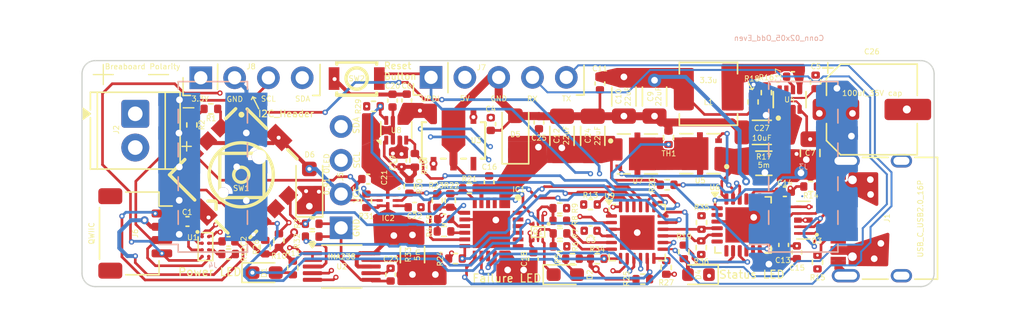
<source format=kicad_pcb>
(kicad_pcb (version 20241229) (generator "pcbnew") (generator_version "9.0")
  (layers (0 "F.Cu" signal) (4 "In1.Cu" signal) (6 "In2.Cu" signal) (2 "B.Cu" signal) (13 "F.Paste" user) (15 "B.Paste" user) (5 "F.SilkS" user "F.Silkscreen") (7 "B.SilkS" user "B.Silkscreen") (1 "F.Mask" user) (3 "B.Mask" user) (25 "Edge.Cuts" user))
  (net 0 "")
  (net 1 "Net-(U4-SS)")
  (net 2 "GND")
  (net 3 "Net-(U4-SW)")
  (net 4 "Net-(U4-BST)")
  (net 5 "/Power/VBUS")
  (net 6 "+5V")
  (net 7 "/Power/VBUS_Finale")
  (net 8 "/Power/IFB")
  (net 9 "/Power/V5V")
  (net 10 "/Power/V18")
  (net 11 "/Logic/Rail_2_IN")
  (net 12 "+3.3V")
  (net 13 "Net-(IC1-DVDT)")
  (net 14 "/Logic/Rail_2")
  (net 15 "/Power_selection/Logic_Voltage")
  (net 16 "Net-(D2-A)")
  (net 17 "Net-(IC2-CT)")
  (net 18 "Net-(D1-A)")
  (net 19 "Net-(D1-K)")
  (net 20 "Net-(D2-K)")
  (net 21 "Net-(D4-A)")
  (net 23 "Net-(IC1-OVP)")
  (net 25 "/Logic/SDA_3.3v")
  (net 29 "/Logic/SCL_3.3v")
  (net 31 "Net-(IC1-UVLO)")
  (net 32 "Net-(Q1-G1)")
  (net 34 "Net-(IC1-MODE)")
  (net 36 "/Logic/INA_ALERT")
  (net 38 "Net-(IC1-ILIM)")
  (net 39 "Net-(Q1-G2)")
  (net 40 "/Logic/SW_UP")
  (net 42 "/Logic/SW_LEFT")
  (net 43 "/Power/USB_P")
  (net 44 "/Power/CC2")
  (net 45 "/Power/USB_N")
  (net 46 "/Power/CC1")
  (net 48 "/Power/Measured_VBUS")
  (net 49 "/Logic/SW_RIGHT")
  (net 50 "/Logic/SW_DOWN")
  (net 51 "/Power/PD_LED")
  (net 52 "/Logic/SW_PRESS")
  (net 53 "Net-(U1-OE)")
  (net 54 "/Logic/UPDI")
  (net 55 "/Logic/PowerLED_EN")
  (net 56 "/Logic/Failer_EN")
  (net 57 "/Power/NTC")
  (net 58 "Net-(U4-FB)")
  (net 59 "Net-(U6-VOUT)")
  (net 62 "/Logic/PGOOD_Logic")
  (net 64 "/Logic/RX")
  (net 65 "/Logic/VBUS_SW")
  (net 66 "/Logic/LOGIC_Report")
  (net 67 "/Logic/Load_Monitor_VBUS")
  (net 68 "/Logic/PD_Int")
  (net 69 "/Logic/SCL")
  (net 70 "/Logic/LOGIC_SW")
  (net 71 "/Logic/VBUS_Fault")
  (net 72 "/Logic/SDA")
  (net 73 "/Logic/LOGIC_Selection")
  (net 75 "Net-(U6-PWR_EN)")
  (net 77 "Net-(U5-Pad5_8)")
  (net 78 "/Logic/PGOOD")
  (net 79 "/Logic/TX")
  (footprint "Capacitor_SMD:C_0402_1005Metric" (layer "F.Cu") (at 133.32 84.65 90)
    (property "Reference" "C25")
    (property "Value" "100nF")
  )
  (footprint "TPS22992S:TPS22992SRXNR" (layer "F.Cu") (at 121.96 90.52 -90)
    (property "Reference" "IC2")
    (property "Value" "TPS22992SRXNR" (hide yes))
  )
  (footprint "Capacitor_SMD:C_0402_1005Metric" (layer "F.Cu") (at 137.9 81.72 -90)
    (property "Reference" "C11")
    (property "Value" "100nF")
  )
  (footprint "Resistor_SMD:R_0402_1005Metric" (layer "F.Cu") (at 113.79 93.54 90)
    (property "Reference" "R10")
    (property "Value" "10k")
  )
  (footprint "Capacitor_SMD:C_0402_1005Metric" (layer "F.Cu") (at 152.69 94.42 90)
    (property "Reference" "C15")
    (property "Value" "100nF")
  )
  (footprint "Resistor_SMD:R_0402_1005Metric" (layer "F.Cu") (at 108.68 83.63)
    (property "Reference" "R1")
    (property "Value" "10k")
  )
  (footprint "Capacitor_SMD:C_0402_1005Metric" (layer "F.Cu") (at 137.2 92.8 180)
    (property "Reference" "C3")
    (property "Value" "100nF")
  )
  (footprint "Capacitor_SMD:C_0402_1005Metric" (layer "F.Cu") (at 129.7 84.77 -90)
    (property "Reference" "C4")
    (property "Value" "10uF")
  )
  (footprint "Resistor_SMD:R_0402_1005Metric" (layer "F.Cu") (at 124 87.5 90)
    (property "Reference" "R28")
    (property "Value" "10k")
  )
  (footprint "Resistor_SMD:R_0402_1005Metric" (layer "F.Cu") (at 120.89 83.44 180)
    (property "Reference" "R29")
    (property "Value" "10k")
  )
  (footprint "Package_SO:VSSOP-10_3x3mm_P0.5mm" (layer "F.Cu") (at 118.51 95.49)
    (property "Reference" "U2")
    (property "Value" "INA238")
  )
  (footprint "Capacitor_SMD:CP_Elec_6.3x7.7" (layer "F.Cu") (at 158.325 83.675)
    (property "Reference" "C26")
    (property "Value" "100uf_35V cap")
  )
  (footprint "TPS16630:QFN50P400X400X100-25N" (layer "F.Cu") (at 129.75 92.7 -90)
    (property "Reference" "IC1")
    (property "Value" "TPS16630RGER")
  )
  (footprint "DMC2990UDJ:SOTFL35P100X50-6N" (layer "F.Cu") (at 133.25 92.882 -90)
    (property "Reference" "Q1")
    (property "Value" "DMC2990UDJ-7" (hide yes))
  )
  (footprint "test:TRANS_AON7408" (layer "F.Cu") (at 140.715 87.02)
    (property "Reference" "U7")
    (property "Value" "AON7534")
  )
  (footprint "Capacitor_SMD:C_0402_1005Metric" (layer "F.Cu") (at 152.4 81.2)
    (property "Reference" "C17")
    (property "Value" "100nF")
  )
  (footprint "Package_DFN_QFN:QFN-24-1EP_4x4mm_P0.5mm_EP2.6x2.6mm" (layer "F.Cu") (at 140.7 92.9375)
    (property "Reference" "U9")
    (property "Value" "ATtiny3217-M")
  )
  (footprint "Resistor_SMD:R_0402_1005Metric" (layer "F.Cu") (at 120.36 90.545 90)
    (property "Reference" "R31")
    (property "Value" "10k")
  )
  (footprint "Resistor_SMD:R_0402_1005Metric" (layer "F.Cu") (at 134.885 91.1)
    (property "Reference" "R9")
    (property "Value" "10k")
  )
  (footprint "Capacitor_SMD:C_0402_1005Metric" (layer "F.Cu") (at 151.7 93.8675 -90)
    (property "Reference" "C13")
    (property "Value" "100nF")
  )
  (footprint "Mini_Switch:KEY-SMD_B3U-1000PM" (layer "F.Cu") (at 119.63 81.35 180)
    (property "Reference" "SW2")
    (property "Value" "B3U-1000P")
  )
  (footprint "Capacitor_SMD:C_0402_1005Metric" (layer "F.Cu") (at 123.39 83 90)
    (property "Reference" "C6")
    (property "Value" "10uF")
  )
  (footprint "Resistor_SMD:R_0402_1005Metric" (layer "F.Cu") (at 134.885 92.05)
    (property "Reference" "R8")
    (property "Value" "100Ω")
  )
  (footprint "Resistor_SMD:R_0402_1005Metric" (layer "F.Cu") (at 150.4 82.41 -90)
    (property "Reference" "R16")
    (property "Value" "10k")
  )
  (footprint "Resistor_SMD:R_0402_1005Metric" (layer "F.Cu") (at 144.2 94.39 -90)
    (property "Reference" "R19")
    (property "Value" "1k")
  )
  (footprint "Resistor_SMD:R_0402_1005Metric" (layer "F.Cu") (at 134.9 93)
    (property "Reference" "R7")
    (property "Value" "100Ω")
  )
  (footprint "Capacitor_SMD:C_0402_1005Metric" (layer "F.Cu") (at 151.79 89.86)
    (property "Reference" "C14")
    (property "Value" "1uF")
  )
  (footprint "LED_SMD:LED_0603_1608Metric" (layer "F.Cu") (at 145.3 96.1 180)
    (property "Reference" "D4")
    (property "Value" "Status LED")
  )
  (footprint "Capacitor_SMD:C_0805_2012Metric_Pad1.18x1.45mm_HandSolder" (layer "F.Cu") (at 153.69 86.95 90)
    (property "Reference" "C7")
    (property "Value" "10uF")
  )
  (footprint "Inductor_SMD:L_1206_3216Metric_Pad1.42x1.75mm_HandSolder" (layer "F.Cu") (at 150.2125 87.72 180)
    (property "Reference" "R17")
    (property "Value" "5m")
  )
  (footprint "Resistor_SMD:R_0402_1005Metric" (layer "F.Cu") (at 134.9 93.975)
    (property "Reference" "R6")
    (property "Value" "10k")
  )
  (footprint "Capacitor_SMD:C_1206_3216Metric" (layer "F.Cu") (at 150.06 85.4 180)
    (property "Reference" "C27")
    (property "Value" "10uF")
  )
  (footprint "Resistor_SMD:R_0402_1005Metric" (layer "F.Cu") (at 145.53 92.18 -90)
    (property "Reference" "R35")
    (property "Value" "10k")
  )
  (footprint "Resistor_SMD:R_0402_1005Metric" (layer "F.Cu") (at 123.59 89.455 90)
    (property "Reference" "R30")
    (property "Value" "10k")
  )
  (footprint "XC6:SOT-89-5_TOR" (layer "F.Cu") (at 126.9 86.0026)
    (property "Reference" "U3")
    (property "Value" "XC6220B331PR-G")
  )
  (footprint "Resistor_SMD:R_0402_1005Metric" (layer "F.Cu") (at 153.72 89.47 180)
    (property "Reference" "R14")
    (property "Value" "5.1k")
  )
  (footprint "Resistor_SMD:R_0402_1005Metric" (layer "F.Cu") (at 127.05 94.89 180)
    (property "Reference" "R24")
    (property "Value" "10k")
  )
  (footprint "Capacitor_SMD:C_0402_1005Metric" (layer "F.Cu") (at 129.58 89.15 90)
    (property "Reference" "C16")
    (property "Value" "1uF")
  )
  (footprint "Resistor_SMD:R_0402_1005Metric" (layer "F.Cu") (at 154.24 95.16 -90)
    (property "Reference" "R15")
    (property "Value" "5.1k")
  )
  (footprint "Connector_PinHeader_2.54mm:PinHeader_1x04_P2.54mm_Vertical" (layer "F.Cu") (at 107.92 81.29 90)
    (property "Reference" "J8")
    (property "Value" "I2C_Header")
  )
  (footprint "Capacitor_SMD:C_1206_3216Metric" (layer "F.Cu") (at 135.05 85.66 90)
    (property "Reference" "C12")
    (property "Value" "22uF")
  )
  (footprint "Resistor_SMD:R_0402_1005Metric" (layer "F.Cu") (at 145.51 94.07 -90)
    (property "Reference" "R36")
    (property "Value" "10k")
  )
  (footprint "Resistor_SMD:R_0402_1005Metric" (layer "F.Cu") (at 112.76 94.03 90)
    (property "Reference" "R26")
    (property "Value" "10k")
  )
  (footprint "Inductor_SMD:L_1206_3216Metric_Pad1.42x1.75mm_HandSolder" (layer "F.Cu") (at 123.82 94.6 -90)
    (property "Reference" "R33")
    (property "Value" "5m")
  )
  (footprint "Resistor_SMD:R_0402_1005Metric" (layer "F.Cu") (at 126.66 90.52 90)
    (property "Reference" "R22")
    (property "Value" "150k")
  )
  (footprint "Resistor_SMD:R_0402_1005Metric" (layer "F.Cu") (at 137.19 90.825 180)
    (property "Reference" "R13")
    (property "Value" "10k")
  )
  (footprint "Resistor_SMD:R_0402_1005Metric" (layer "F.Cu") (at 143.05 85.8 90)
    (property "Reference" "TH1")
    (property "Value" "Thermistor_NTC_10k_0402")
  )
  (footprint "Capacitor_SMD:C_0402_1005Metric" (layer "F.Cu") (at 120.5 88.91)
    (property "Reference" "C21")
    (property "Value" "1uF")
  )
  (footprint "Resistor_SMD:R_0402_1005Metric" (layer "F.Cu") (at 116.29 93.24 180)
    (property "Reference" "R32")
    (property "Value" "10k")
  )
  (footprint "Resistor_SMD:R_0402_1005Metric" (layer "F.Cu") (at 125.69 90.52 -90)
    (property "Reference" "R23")
    (property "Value" "20k")
  )
  (footprint "test:TRANS_AON7408" (layer "F.Cu") (at 145.41 87 180)
    (property "Reference" "U5")
    (property "Value" "AON7534")
  )
  (footprint "Resistor_SMD:R_0402_1005Metric" (layer "F.Cu") (at 137.7 94.9)
    (property "Reference" "R34")
    (property "Value" "10k")
  )
  (footprint "TPD4E05U06DQAR:IC_TPD4E05U06DQAR" (layer "F.Cu") (at 153.1825 92 180)
    (property "Reference" "D3")
    (property "Value" "TPD4E05U06DQAR")
  )
  (footprint "LED_SMD:LED_0603_1608Metric_Pad1.05x0.95mm_HandSolder" (layer "F.Cu") (at 112.675 95.95)
    (property "Reference" "D1")
    (property "Value" "Power LED")
  )
  (footprint "Capacitor_SMD:C_1206_3216Metric" (layer "F.Cu") (at 142 82.7 -90)
    (property "Reference" "C9")
    (property "Value" "22uF")
  )
  (footprint "Package_DFN_QFN:QFN-24-1EP_4x4mm_P0.5mm_EP2.65x2.65mm" (layer "F.Cu") (at 148.65 92.36)
    (property "Reference" "U6")
    (property "Value" "AP33772S")
  )
  (footprint "Resistor_SMD:R_0402_1005Metric" (layer "F.Cu") (at 141.12 96.44)
    (property "Reference" "R25")
    (property "Value" "10k")
  )
  (footprint "Capacitor_SMD:C_0402_1005Metric" (layer "F.Cu") (at 132.9 94.925 90)
    (property "Reference" "C18")
    (property "Value" "100uF")
  )
  (footprint "Capacitor_SMD:C_0402_1005Metric" (layer "F.Cu") (at 110 93.6)
    (property "Reference" "C2")
    (property "Value" "100nF")
  )
  (footprint "TPS62933PDRLR:SOFL50P160X60-8N" (layer "F.Cu") (at 152.15 82.935 90)
    (property "Reference" "U4")
    (property "Value" "TPS62933DRLR")
  )
  (footprint "Connector_JST:JST_SH_SM04B-SRSS-TB_1x04-1MP_P1.00mm_Horizontal" (layer "F.Cu") (at 103 93 -90)
    (property "Reference" "J6")
    (property "Value" "QWIIC")
  )
  (footprint "Capacitor_SMD:C_1206_3216Metric" (layer "F.Cu") (at 137.36 85.66 90)
    (property "Reference" "C24")
    (property "Value" "22uF")
  )
  (footprint "Connector_USB:USB_C_Receptacle_XKB_U262-16XN-4BVC11" (layer "F.Cu") (at 159.47 91.86 90)
    (property "Reference" "J1")
    (property "Value" "USB_C_USB2.0_16P")
  )
  (footprint "Capacitor_SMD:C_0402_1005Metric" (layer "F.Cu") (at 123.98 91.03)
    (property "Reference" "C22")
    (property "Value" "1nF")
  )
  (footprint "Resistor_SMD:R_0402_1005Metric" (layer "F.Cu") (at 154.1 81.6 90)
    (property "Reference" "C5")
    (property "Value" "33nF")
  )
  (footprint "Capacitor_SMD:C_0402_1005Metric" (layer "F.Cu") (at 126.2 91.92)
    (property "Reference" "C8")
    (property "Value" "10uF")
  )
  (footprint "Capacitor_SMD:C_0402_1005Metric" (layer "F.Cu") (at 122.18 96.1 -90)
    (property "Reference" "C23")
    (property "Value" "100nF")
  )
  (footprint "Resistor_SMD:R_0402_1005Metric" (layer "F.Cu") (at 135.84 94.9)
    (property "Reference" "R5")
    (property "Value" "470Ω")
  )
  (footprint "Inductor_SMD:L_Changjiang_FXL0420" (layer "F.Cu") (at 146.05 82.5 180)
    (property "Reference" "L1")
    (property "Value" "3.3u")
  )
  (footprint "Resistor_SMD:R_0402_1005Metric" (layer "F.Cu") (at 116.29 92.27 180)
    (property "Reference" "R3")
    (property "Value" "10k")
  )
  (footprint "Capacitor_SMD:C_0402_1005Metric" (layer "F.Cu") (at 106.92 92.1)
    (property "Reference" "C1")
    (property "Value" "100nF")
  )
  (footprint "Package_TO_SOT_SMD:SOT-583-8" (layer "F.Cu") (at 122.6 85.24 90)
    (property "Reference" "U8")
    (property "Value" "TPS2117DRL")
  )
  (footprint "Capacitor_SMD:C_1206_3216Metric" (layer "F.Cu") (at 139.7 82.7 -90)
    (property "Reference" "C10")
    (property "Value" "22uF")
  )
  (footprint "Resistor_SMD:R_0402_1005Metric" (layer "F.Cu") (at 107.25 84.84 -90)
    (property "Reference" "R2")
    (property "Value" "10k")
  )
  (footprint "Resistor_SMD:R_0402_1005Metric" (layer "F.Cu") (at 128.1 89.6)
    (property "Reference" "R21")
    (property "Value" "330k")
  )
  (footprint "LED_SMD:LED_0603_1608Metric_Pad1.05x0.95mm_HandSolder" (layer "F.Cu") (at 135.3 96.1)
    (property "Reference" "D2")
    (property "Value" "Failure LED")
  )
  (footprint "Resistor_SMD:R_0402_1005Metric" (layer "F.Cu") (at 142.95 89.34 180)
    (property "Reference" "R20")
    (property "Value" "27R")
  )
  (footprint "Diode_SMD:D_SOD-123F" (layer "F.Cu") (at 131.55 85.55 90)
    (property "Reference" "D5")
    (property "Value" "PMEG6020ER")
  )
  (footprint "Diode_SMD:D_SOD-123F" (layer "F.Cu") (at 116.075 89.55 90)
    (property "Reference" "D6")
    (property "Value" "PMEG6020ER")
  )
  (footprint "Capacitor_SMD:C_0402_1005Metric" (layer "F.Cu") (at 123 87.51 90)
    (property "Reference" "C19")
    (property "Value" "10uF")
  )
  (footprint "Resistor_SMD:R_0402_1005Metric" (layer "F.Cu") (at 142.88 95.56 -90)
    (property "Reference" "R27")
    (property "Value" "22k")
  )
  (footprint "TerminalBlock_TE-Connectivity:TerminalBlock_TE_282834-2_1x02_P2.54mm_Horizontal" (layer "F.Cu") (at 103 84 -90)
    (property "Reference" "J2")
    (property "Value" "Conn_01x02_Pin")
  )
  (footprint "Resistor_SMD:R_0402_1005Metric" (layer "F.Cu") (at 126.19 92.85 180)
    (property "Reference" "R4")
    (property "Value" "3.3k")
  )
  (footprint "Resistor_SMD:R_0402_1005Metric" (layer "F.Cu") (at 110.01 94.55 180)
    (property "Reference" "R12")
    (property "Value" "10k")
  )
  (footprint "Connector_PinHeader_2.54mm:PinHeader_1x05_P2.54mm_Vertical" (layer "F.Cu") (at 125.215 81.26 90)
    (property "Reference" "J7")
    (property "Value" "Conn_01x05")
  )
  (footprint "test:SSD1306-0.91-OLED-4pin-128x32" (layer "F.Cu") (at 154.96 94.77 180)
    (property "Reference" "J5")
    (property "Value" "0.91 OLED")
  )
  (footprint "Capacitor_SMD:C_0402_1005Metric" (layer "F.Cu") (at 122.32 83.01 -90)
    (property "Reference" "C20")
    (property "Value" "100uF")
  )
  (footprint "tc006:SW-SMD_GT-TC0060-H050-L1" (layer "F.Cu") (at 110.96 88.59 -45)
    (property "Reference" "SW1")
    (property "Value" "GT-TC0060-H050-L1")
  )
  (footprint "Library:TCA9406" (layer "F.Cu") (at 108.27 93.99)
    (property "Reference" "U1")
    (property "Value" "TCA9406DC")
  )
  (footprint "Resistor_SMD:R_0402_1005Metric" (layer "F.Cu") (at 149.4 83.11 90)
    (property "Reference" "R18")
    (property "Value" "52.3k")
  )
  (footprint "Resistor_SMD:R_0402_1005Metric" (layer "F.Cu") (at 114.83 95.6025 90)
    (property "Reference" "R11")
    (property "Value" "470Ω")
  )
  (footprint "Connector_PinHeader_2.54mm:PinHeader_2x05_P2.54mm_Vertical_SMD" (layer "B.Cu") (at 108.825 87.99)
    (property "Reference" "J4")
    (property "Value" "Conn_02x05_Odd_Even")
  )
  (footprint "Connector_PinHeader_2.54mm:PinHeader_2x05_P2.54mm_Vertical_SMD" (layer "B.Cu") (at 153.175 87.99)
    (property "Reference" "J3")
    (property "Value" "Conn_02x05_Odd_Even")
  )
  (gr_line (start 107.4 83.55) (end 106.6 83.55) (stroke (width 0.1)) (layer "F.SilkS"))
  (gr_line (start 100.6 81.8) (end 100.6 80.3) (stroke (width 0.1)) (layer "F.SilkS"))
  (gr_line (start 99.85 81.05) (end 101.35 81.05) (stroke (width 0.1)) (layer "F.SilkS"))
  (gr_line (start 149.35 82.17) (end 149.14 82.13) (stroke (width 0.1)) (layer "F.SilkS"))
  (gr_line (start 106.86 86.1) (end 106.86 86.8) (stroke (width 0.1)) (layer "F.SilkS"))
  (gr_line (start 104 81.05) (end 105.5 81.05) (stroke (width 0.1)) (layer "F.SilkS"))
  (gr_line (start 149.35 82.17) (end 149.45 82.04) (stroke (width 0.1)) (layer "F.SilkS"))
  (gr_line (start 107.21 86.45) (end 106.51 86.45) (stroke (width 0.1)) (layer "F.SilkS"))
  (gr_line (start 111.825 82.725) (end 112.05 82.825) (stroke (width 0.1)) (layer "F.SilkS"))
  (gr_line (start 111.825 82.725) (end 111.725 82.925) (stroke (width 0.1)) (layer "F.SilkS"))
  (gr_line (start 112.275 83.625) (end 111.825 82.725) (stroke (width 0.1)) (layer "F.SilkS"))
  (gr_line (start 149.05 81.66) (end 149.35 82.17) (stroke (width 0.1)) (layer "F.SilkS"))
  (gr_line (start 162.0001 97) (end 100 97) (stroke (width 0.1)) (layer "Edge.Cuts"))
  (gr_line (start 99.000002 96) (end 98.999999 81) (stroke (width 0.1)) (layer "Edge.Cuts"))
  (gr_arc (start 100 97) (mid 99.29288 96.707109) (end 98.999962 96) (stroke (width 0.1)) (layer "Edge.Cuts"))
  (gr_line (start 163 81) (end 163 96) (stroke (width 0.1)) (layer "Edge.Cuts"))
  (gr_arc (start 99 81) (mid 99.292864 80.292864) (end 100 80) (stroke (width 0.1)) (layer "Edge.Cuts"))
  (gr_line (start 100 80) (end 162 80) (stroke (width 0.1)) (layer "Edge.Cuts"))
  (gr_arc (start 163 96) (mid 162.707136 96.707136) (end 162 97) (stroke (width 0.1)) (layer "Edge.Cuts"))
  (gr_arc (start 162 80) (mid 162.707107 80.292893) (end 163 81) (stroke (width 0.1)) (layer "Edge.Cuts"))
  (gr_text "Reset\nButton" (at 121.63 80.79 0) (layer "F.SilkS") (effects (font (size 0.5 0.5) (thickness 0.08)) (justify left)))
  (gr_text "3.3V" (at 107.87 82.875 0) (layer "F.SilkS") (effects (font (size 0.4 0.4) (thickness 0.06))))
  (gr_text "RX" (at 132.82 82.88 0) (layer "F.SilkS") (effects (font (size 0.4 0.4) (thickness 0.06))))
  (gr_text "GND" (at 130.3 82.86 0) (layer "F.SilkS") (effects (font (size 0.4 0.4) (thickness 0.06))))
  (gr_text "GND" (at 110.475 82.9 0) (layer "F.SilkS") (effects (font (size 0.4 0.4) (thickness 0.06))))
  (gr_text "5V" (at 127.75 82.85 0) (layer "F.SilkS") (effects (font (size 0.4 0.4) (thickness 0.06))))
  (gr_text "TX" (at 135.39 82.86 0) (layer "F.SilkS") (effects (font (size 0.4 0.4) (thickness 0.06))))
  (gr_text "SDA" (at 115.575 82.875 0) (layer "F.SilkS") (effects (font (size 0.4 0.4) (thickness 0.06))))
  (gr_text "UPDI" (at 125.15 82.875 0) (layer "F.SilkS") (effects (font (size 0.4 0.4) (thickness 0.06))))
  (gr_text "Breaboard Polarity" (at 103.55 80.45 0) (layer "F.SilkS") (effects (font (size 0.4 0.4) (thickness 0.06))))
  (gr_text "SCL" (at 113 82.875 0) (layer "F.SilkS") (effects (font (size 0.4 0.4) (thickness 0.06))))
  (segment (start 151.9 82.58) (end 152.13 82.81) (width 0.15) (layer "F.Cu") (net 1))
  (segment (start 153.042679 82.807321) (end 153.04 82.81) (width 0.15) (layer "F.Cu") (net 1))
  (segment (start 153.402679 82.807321) (end 153.042679 82.807321) (width 0.15) (layer "F.Cu") (net 1))
  (segment (start 151.9 82.2) (end 151.9 82.58) (width 0.15) (layer "F.Cu") (net 1))
  (segment (start 152.13 82.81) (end 153.04 82.81) (width 0.15) (layer "F.Cu") (net 1))
  (segment (start 154.1 82.11) (end 153.402679 82.807321) (width 0.15) (layer "F.Cu") (net 1))
  (segment (start 107.45 92.1) (end 108.152786 91.397214) (width 0.2) (layer "F.Cu") (net 2))
  (segment (start 119.131 82.551) (end 123.359 82.551) (width 0.3) (layer "F.Cu") (net 2))
  (segment (start 108.41495 86.060051) (end 108.554899 86.2) (width 0.3) (layer "F.Cu") (net 2))
  (segment (start 126.54 94.89) (end 126.76 94.67) (width 0.2) (layer "F.Cu") (net 2))
  (segment (start 105.102786 91.397214) (end 105 91.5) (width 0.2) (layer "F.Cu") (net 2))
  (segment (start 130.295 82.895) (end 131.55 84.15) (width 0.6) (layer "F.Cu") (net 2))
  (segment (start 131.57 84.17) (end 131.55 84.15) (width 0.6) (layer "F.Cu") (net 2))
  (segment (start 125.737673 91.92) (end 126.009718 91.647955) (width 0.2) (layer "F.Cu") (net 2))
  (segment (start 142.88 96.07) (end 143.49 96.07) (width 0.2) (layer "F.Cu") (net 2))
  (segment (start 126.9 84.025603) (end 129.665603 81.26) (width 0.6) (layer "F.Cu") (net 2))
  (segment (start 130.45 85.25) (end 131.55 84.15) (width 0.2) (layer "F.Cu") (net 2))
  (segment (start 130.04 91.95) (end 130.08 91.99) (width 0.2) (layer "F.Cu") (net 2))
  (segment (start 155.81 88.11) (end 155.81 88.515) (width 0.6) (layer "F.Cu") (net 2))
  (segment (start 123 88.355) (end 123.59 88.945) (width 0.3) (layer "F.Cu") (net 2))
  (segment (start 138.7625 92.6875) (end 140.45 92.6875) (width 0.2) (layer "F.Cu") (net 2))
  (segment (start 132.66 93.624) (end 132.7 93.664) (width 0.2) (layer "F.Cu") (net 2))
  (segment (start 153.327 92) (end 152.765 92) (width 0.2) (layer "F.Cu") (net 2))
  (segment (start 133.335 84.185) (end 133.32 84.17) (width 0.6) (layer "F.Cu") (net 2))
  (segment (start 135.05 84.185) (end 133.335 84.185) (width 0.6) (layer "F.Cu") (net 2))
  (segment (start 133.6 91.647289) (end 133.747262 91.500027) (width 0.2) (layer "F.Cu") (net 2))
  (segment (start 137.9 82.2) (end 137.9 83.645) (width 0.2) (layer "F.Cu") (net 2))
  (segment (start 127.8148 88.67) (end 126.9 87.7552) (width 0.2) (layer "F.Cu") (net 2))
  (segment (start 142.79 84.652) (end 147.837 84.652) (width 0.6) (layer "F.Cu") (net 2))
  (segment (start 151.4 83.67) (end 151.4 83.34) (width 0.15) (layer "F.Cu") (net 2))
  (segment (start 142 84.175) (end 142.477 84.652) (width 0.6) (layer "F.Cu") (net 2))
  (segment (start 132.7 93.9) (end 132.9 94.1) (width 0.2) (layer "F.Cu") (net 2))
  (segment (start 155.8 94.91) (end 155.8 95.21) (width 0.2) (layer "F.Cu") (net 2))
  (segment (start 103.7339 96.501) (end 102 94.7671) (width 0.2) (layer "F.Cu") (net 2))
  (segment (start 151.4 83.34) (end 151.676 83.064) (width 0.15) (layer "F.Cu") (net 2))
  (segment (start 152.1075 93.94) (end 151.7 94.3475) (width 0.2) (layer "F.Cu") (net 2))
  (segment (start 121.7 87.189943) (end 122.500057 87.99) (width 0.2) (layer "F.Cu") (net 2))
  (segment (start 132.9 93.464) (end 132.7 93.664) (width 0.2) (layer "F.Cu") (net 2))
  (segment (start 132.66 92.97) (end 132.66 93.624) (width 0.2) (layer "F.Cu") (net 2))
  (segment (start 121.7 86.13) (end 121.7 87.189943) (width 0.2) (layer "F.Cu") (net 2))
  (segment (start 108.554899 86.2) (end 113.366169 86.2) (width 0.3) (layer "F.Cu") (net 2))
  (segment (start 123 87.99) (end 123 88.355) (width 0.3) (layer "F.Cu") (net 2))
  (segment (start 114.848909 94.078909) (end 115.068909 94.078909) (width 0.2) (layer "F.Cu") (net 2))
  (segment (start 147.837 84.652) (end 148.585 85.4) (width 0.6) (layer "F.Cu") (net 2))
  (segment (start 130.295 81.26) (end 130.295 82.895) (width 0.6) (layer "F.Cu") (net 2))
  (segment (start 125.72 92.81) (end 125.68 92.85) (width 0.2) (layer "F.Cu") (net 2))
  (segment (start 155.8 88.81) (end 155.8 88.51) (width 0.2) (layer "F.Cu") (net 2))
  (segment (start 111.091 94.91934) (end 109.50934 96.501) (width 0.2) (layer "F.Cu") (net 2))
  (segment (start 143.05 85.29) (end 143.05 84.912) (width 0.6) (layer "F.Cu") (net 2))
  (segment (start 146.7 92.11) (end 148.4 92.11) (width 0.2) (layer "F.Cu") (net 2))
  (segment (start 151.676 83.064) (end 152.652002 83.064) (width 0.15) (layer "F.Cu") (net 2))
  (segment (start 107.4 93.4) (end 107.4 92.1) (width 0.2) (layer "F.Cu") (net 2))
  (segment (start 116.31 94.49) (end 116.31 94.99) (width 0.2) (layer "F.Cu") (net 2))
  (segment (start 124 88.01) (end 124 88.535) (width 0.3) (layer "F.Cu") (net 2))
  (segment (start 142.477 84.652) (end 142.79 84.652) (width 0.6) (layer "F.Cu") (net 2))
  (segment (start 152.652002 83.064) (end 152.9 83.311998) (width 0.15) (layer "F.Cu") (net 2))
  (segment (start 123 87.99) (end 123.98 87.99) (width 0.3) (layer "F.Cu") (net 2))
  (segment (start 137.9 83.645) (end 137.36 84.185) (width 0.2) (layer "F.Cu") (net 2))
  (segment (start 110.48 93.6) (end 110.51034 93.6) (width 0.2) (layer "F.Cu") (net 2))
  (segment (start 155.81 95.62) (end 156.375 96.185) (width 0.6) (layer "F.Cu") (net 2))
  (segment (start 123.98 87.99) (end 124 88.01) (width 0.3) (layer "F.Cu") (net 2))
  (segment (start 102 94.7671) (end 102 91.7) (width 0.2) (layer "F.Cu") (net 2))
  (segment (start 141.99 84.185) (end 142 84.175) (width 0.6) (layer "F.Cu") (net 2))
  (segment (start 129.7 85.25) (end 130.45 85.25) (width 0.2) (layer "F.Cu") (net 2))
  (segment (start 108.152786 91.397214) (end 108.152786 91.452786) (width 0.2) (layer "F.Cu") (net 2))
  (segment (start 153.69 85.9125) (end 153.43 85.6525) (width 0.2) (layer "F.Cu") (net 2))
  (segment (start 156.375 87.545) (end 155.81 88.11) (width 0.6) (layer "F.Cu") (net 2))
  (segment (start 125.72 91.92) (end 125.72 92.81) (width 0.2) (layer "F.Cu") (net 2))
  (segment (start 111.091 94.18066) (end 111.091 94.91934) (width 0.2) (layer "F.Cu") (net 2))
  (segment (start 115.068909 94.078909) (end 115.48 94.49) (width 0.2) (layer "F.Cu") (net 2))
  (segment (start 114.847818 94.08) (end 114.848909 94.078909) (width 0.2) (layer "F.Cu") (net 2))
  (segment (start 152.9 83.311998) (end 152.9 83.67) (width 0.15) (layer "F.Cu") (net 2))
  (segment (start 117.93 81.35) (end 117.97 81.39) (width 0.3) (layer "F.Cu") (net 2))
  (segment (start 122.500057 87.99) (end 123 87.99) (width 0.2) (layer "F.Cu") (net 2))
  (segment (start 118.929 90.509) (end 118.46 90.04) (width 0.15) (layer "F.Cu") (net 2))
  (segment (start 129.58 88.67) (end 127.8148 88.67) (width 0.2) (layer "F.Cu") (net 2))
  (segment (start 133.6 92.3) (end 133.6 91.647289) (width 0.2) (layer "F.Cu") (net 2))
  (segment (start 129.665603 81.26) (end 130.295 81.26) (width 0.6) (layer "F.Cu") (net 2))
  (segment (start 121.81 95.99) (end 122.18 95.62) (width 0.2) (layer "F.Cu") (net 2))
  (segment (start 132.9 94.1) (end 132.9 94.445) (width 0.2) (layer "F.Cu") (net 2))
  (segment (start 151.4 83.67) (end 151.15 83.67) (width 0.15) (layer "F.Cu") (net 2))
  (segment (start 126.76 94.67) (end 126.76 94.48) (width 0.2) (layer "F.Cu") (net 2))
  (segment (start 115.48 94.49) (end 116.31 94.49) (width 0.2) (layer "F.Cu") (net 2))
  (segment (start 121.85 85.98) (end 121.7 86.13) (width 0.2) (layer "F.Cu") (net 2))
  (segment (start 114.597818 94.08) (end 114.847818 94.08) (width 0.2) (layer "F.Cu") (net 2))
  (segment (start 107.74 93.74) (end 107.4 93.4) (width 0.2) (layer "F.Cu") (net 2))
  (segment (start 108.02 93.74) (end 107.74 93.74) (width 0.2) (layer "F.Cu") (net 2))
  (segment (start 135.05 84.185) (end 141.99 84.185) (width 0.6) (layer "F.Cu") (net 2))
  (segment (start 109.50934 96.501) (end 103.7339 96.501) (width 0.2) (layer "F.Cu") (net 2))
  (segment (start 118.89 90.04) (end 118.46 90.04) (width 0.3) (layer "F.Cu") (net 2))
  (segment (start 151.15 83.67) (end 150.4 82.92) (width 0.15) (layer "F.Cu") (net 2))
  (segment (start 124 88.535) (end 123.59 88.945) (width 0.3) (layer "F.Cu") (net 2))
  (segment (start 108.152786 91.397214) (end 105.102786 91.397214) (width 0.2) (layer "F.Cu") (net 2))
  (segment (start 152.66 89.47) (end 152.27 89.86) (width 0.2) (layer "F.Cu") (net 2))
  (segment (start 152.2 89.6) (end 152.2 89.79) (width 0.3) (layer "F.Cu") (net 2))
  (segment (start 113.366169 86.2) (end 113.767748 85.798421) (width 0.3) (layer "F.Cu") (net 2))
  (segment (start 121.36 90.52) (end 121.349 90.509) (width 0.15) (layer "F.Cu") (net 2))
  (segment (start 117.97 81.39) (end 119.131 82.551) (width 0.3) (layer "F.Cu") (net 2))
  (segment (start 152.69 93.94) (end 152.1075 93.94) (width 0.2) (layer "F.Cu") (net 2))
  (segment (start 143.05 84.912) (end 142.79 84.652) (width 0.6) (layer "F.Cu") (net 2))
  (segment (start 127.75 91.95) (end 130.04 91.95) (width 0.2) (layer "F.Cu") (net 2))
  (segment (start 155.81 95.215) (end 155.81 95.62) (width 0.6) (layer "F.Cu") (net 2))
  (segment (start 126.9 87.7552) (end 126.9 84.025603) (width 0.6) (layer "F.Cu") (net 2))
  (segment (start 152.2 89.79) (end 152.27 89.86) (width 0.3) (layer "F.Cu") (net 2))
  (segment (start 121.349 90.509) (end 118.929 90.509) (width 0.15) (layer "F.Cu") (net 2))
  (segment (start 113.767748 85.798421) (end 116.075 88.105673) (width 0.3) (layer "F.Cu") (net 2))
  (segment (start 120.02 88.91) (end 118.89 90.04) (width 0.3) (layer "F.Cu") (net 2))
  (segment (start 125.72 91.92) (end 125.737673 91.92) (width 0.2) (layer "F.Cu") (net 2))
  (segment (start 153.21 89.47) (end 152.66 89.47) (width 0.2) (layer "F.Cu") (net 2))
  (segment (start 116.075 88.105673) (end 116.075 88.15) (width 0.3) (layer "F.Cu") (net 2))
  (segment (start 108.152786 91.452786) (end 108.5 91.8) (width 0.2) (layer "F.Cu") (net 2))
  (segment (start 153.43 85.6525) (end 153.43 84.2) (width 0.2) (layer "F.Cu") (net 2))
  (segment (start 120.71 95.99) (end 121.81 95.99) (width 0.2) (layer "F.Cu") (net 2))
  (segment (start 123.359 82.551) (end 123.39 82.52) (width 0.3) (layer "F.Cu") (net 2))
  (segment (start 140.45 92.6875) (end 140.7 92.9375) (width 0.2) (layer "F.Cu") (net 2))
  (segment (start 110.51034 93.6) (end 111.091 94.18066) (width 0.2) (layer "F.Cu") (net 2))
  (segment (start 133.32 84.17) (end 131.57 84.17) (width 0.6) (layer "F.Cu") (net 2))
  (segment (start 132.7 93.664) (end 132.7 93.9) (width 0.2) (layer "F.Cu") (net 2))
  (segment (start 153.43 84.2) (end 152.9 83.67) (width 0.2) (layer "F.Cu") (net 2))
  (segment (start 148.4 92.11) (end 148.65 92.36) (width 0.2) (layer "F.Cu") (net 2))
  (via (at 160.95 83.675) (size 1.2) (drill 0.6) (layers "F.Cu" "B.Cu") (remove_unused_layers yes) (zone_layer_connections "In2.Cu") (net 2))
  (via (at 133.747262 91.500027) (size 0.4) (drill 0.2) (layers "F.Cu" "B.Cu") (remove_unused_layers yes) (zone_layer_connections "In2.Cu") (net 2))
  (via (at 152.69 93.94) (size 0.4) (drill 0.2) (layers "F.Cu" "B.Cu") (remove_unused_layers yes) (zone_layer_connections "In2.Cu") (net 2))
  (via (at 153.69 85.9125) (size 0.6) (drill 0.3) (layers "F.Cu" "B.Cu") (remove_unused_layers yes) (zone_layer_connections "In2.Cu") (net 2))
  (via (at 152.2 89.6) (size 0.4) (drill 0.2) (layers "F.Cu" "B.Cu") (remove_unused_layers yes) (zone_layer_connections "In2.Cu") (net 2))
  (via (at 102 91.7) (size 0.4) (drill 0.2) (layers "F.Cu" "B.Cu") (remove_unused_layers yes) (zone_layer_connections "In2.Cu") (net 2))
  (via (at 146.1 96.19) (size 0.6) (drill 0.3) (layers "F.Cu" "B.Cu") (remove_unused_layers yes) (zone_layer_connections "In2.Cu") (net 2))
  (via (at 142 84.175) (size 1) (drill 0.5) (layers "F.Cu" "B.Cu") (remove_unused_layers yes) (zone_layer_connections "In2.Cu") (net 2))
  (via (at 104.5 91.5) (size 0.4) (drill 0.2) (layers "F.Cu" "B.Cu") (remove_unused_layers yes) (zone_layer_connections "In2.Cu") (net 2))
  (via (at 135.41 93.97) (size 0.4) (drill 0.2) (layers "F.Cu" "B.Cu") (remove_unused_layers yes) (zone_layer_connections "In2.Cu") (net 2))
  (via (at 122.18 95.62) (size 0.4) (drill 0.2) (layers "F.Cu" "B.Cu") (remove_unused_layers yes) (zone_layer_connections "In2.Cu") (net 2))
  (via (at 155.7 82.08) (size 1) (drill 0.5) (layers "F.Cu" "B.Cu") (remove_unused_layers yes) (zone_layer_connections "In2.Cu" "B.Cu") (net 2))
  (via (at 154.24 95.67) (size 0.4) (drill 0.2) (layers "F.Cu" "B.Cu") (remove_unused_layers yes) (zone_layer_connections "In2.Cu") (net 2))
  (via (at 111.88 93.07) (size 0.6) (drill 0.3) (layers "F.Cu" "B.Cu") (remove_unused_layers yes) (zone_layer_connections "In2.Cu" "B.Cu") (net 2))
  (via (at 136.72 92.8) (size 0.4) (drill 0.2) (layers "F.Cu" "B.Cu") (remove_unused_layers yes) (zone_layer_connections "In2.Cu") (net 2))
  (via (at 149.45 91.79) (size 1) (drill 0.5) (layers "F.Cu" "B.Cu") (remove_unused_layers yes) (zone_layer_connections "In2.Cu") (net 2))
  (via (at 114.597818 94.08) (size 0.4) (drill 0.2) (layers "F.Cu" "B.Cu") (remove_unused_layers yes) (zone_layer_connections "In2.Cu") (net 2))
  (via (at 153.327 92) (size 0.4) (drill 0.2) (layers "F.Cu" "B.Cu") (remove_unused_layers yes) (zone_layer_connections "In2.Cu") (net 2))
  (via (at 130.08 91.99) (size 1) (drill 0.5) (layers "F.Cu" "B.Cu") (remove_unused_layers yes) (zone_layer_connections "In2.Cu") (net 2))
  (via (at 154.1 81.09) (size 0.4) (drill 0.2) (layers "F.Cu" "B.Cu") (remove_unused_layers yes) (zone_layer_connections "In2.Cu") (net 2))
  (via (at 108.5 91.8) (size 0.6) (drill 0.3) (layers "F.Cu" "B.Cu") (remove_unused_layers yes) (zone_layer_connections "In2.Cu") (net 2))
  (via (at 139.7 84.175) (size 1) (drill 0.5) (layers "F.Cu" "B.Cu") (remove_unused_layers yes) (zone_layer_connections "In2.Cu") (net 2))
  (via (at 116.075 88.15) (size 0.6) (drill 0.3) (layers "F.Cu" "B.Cu") (remove_unused_layers yes) (zone_layer_connections "In2.Cu") (net 2))
  (via (at 110.62 87.99) (size 1) (drill 0.5) (layers "F.Cu" "B.Cu") (remove_unused_layers yes) (zone_layer_connections "In2.Cu" "B.Cu") (net 2))
  (via (at 156.79 85.68) (size 1) (drill 0.5) (layers "F.Cu" "B.Cu") (remove_unused_layers yes) (zone_layer_connections "In2.Cu" "B.Cu") (net 2))
  (via (at 123 87.99) (size 0.4) (drill 0.2) (layers "F.Cu" "B.Cu") (remove_unused_layers yes) (zone_layer_connections "In2.Cu") (net 2))
  (via (at 140.7 92.9375) (size 1) (drill 0.5) (layers "F.Cu" "B.Cu") (remove_unused_layers yes) (zone_layer_connections "In2.Cu") (net 2))
  (via (at 132.66 92.97) (size 0.4) (drill 0.2) (layers "F.Cu" "B.Cu") (remove_unused_layers yes) (zone_layer_connections "In2.Cu") (net 2))
  (via (at 126.76 94.48) (size 0.4) (drill 0.2) (layers "F.Cu" "B.Cu") (remove_unused_layers yes) (zone_layer_connections "In2.Cu") (net 2))
  (via (at 124.46 91.03) (size 0.4) (drill 0.2) (layers "F.Cu" "B.Cu") (remove_unused_layers yes) (zone_layer_connections "In2.Cu") (net 2))
  (via (at 111.34 85.44) (size 1) (drill 0.5) (layers "F.Cu" "B.Cu") (remove_unused_layers yes) (zone_layer_connections "In2.Cu" "B.Cu") (net 2))
  (via (at 117.97 81.39) (size 0.6) (drill 0.3) (layers "F.Cu" "B.Cu") (remove_unused_layers yes) (zone_layer_connections "In2.Cu") (net 2))
  (via (at 135.395314 91.100314) (size 0.4) (drill 0.2) (layers "F.Cu" "B.Cu") (remove_unused_layers yes) (zone_layer_connections "In2.Cu") (net 2))
  (via (at 126.009718 91.647955) (size 0.4) (drill 0.2) (layers "F.Cu" "B.Cu") (remove_unused_layers yes) (zone_layer_connections "In2.Cu") (net 2))
  (via (at 111.34 90.53) (size 1) (drill 0.5) (layers "F.Cu" "B.Cu") (remove_unused_layers yes) (zone_layer_connections "In2.Cu" "B.Cu") (net 2))
  (via (at 113.767748 85.798421) (size 0.6) (drill 0.3) (layers "F.Cu" "B.Cu") (remove_unused_layers yes) (zone_layer_connections "In2.Cu") (net 2))
  (via (at 143.49 96.07) (size 0.4) (drill 0.2) (layers "F.Cu" "B.Cu") (remove_unused_layers yes) (zone_layer_connections "In2.Cu") (net 2))
  (segment (start 111.35 82.18) (end 110.46 81.29) (width 0.3) (layer "B.Cu") (net 2))
  (segment (start 118.46 90.04) (end 116.57 88.15) (width 0.3) (layer "B.Cu") (net 2))
  (segment (start 116.57 88.15) (end 116.075 88.15) (width 0.3) (layer "B.Cu") (net 2))
  (segment (start 111.35 82.91) (end 111.35 82.18) (width 0.3) (layer "B.Cu") (net 2))
  (segment (start 104.409 91.409) (end 102.291 91.409) (width 0.2) (layer "B.Cu") (net 2))
  (segment (start 102.291 91.409) (end 102 91.7) (width 0.2) (layer "B.Cu") (net 2))
  (segment (start 104.5 91.5) (end 104.409 91.409) (width 0.2) (layer "B.Cu") (net 2))
  (segment (start 151.92 81.42) (end 151.92 81.2) (width 0.2) (layer "F.Cu") (net 4))
  (segment (start 152.4 82.2) (end 152.4 81.9) (width 0.2) (layer "F.Cu") (net 4))
  (segment (start 152.4 81.9) (end 151.92 81.42) (width 0.2) (layer "F.Cu") (net 4))
  (segment (start 146.55 90.5) (end 146.55 90.96) (width 0.2) (layer "F.Cu") (net 5))
  (segment (start 146.55 90.96) (end 146.7 91.11) (width 0.2) (layer "F.Cu") (net 5))
  (via (at 153.4 87.45) (size 1) (drill 0.5) (layers "F.Cu" "B.Cu") (remove_unused_layers yes) (zone_layer_connections "F.Cu" "In1.Cu") (net 5))
  (via (at 153 88.45) (size 1) (drill 0.5) (layers "F.Cu" "B.Cu") (remove_unused_layers yes) (zone_layer_connections "F.Cu" "In1.Cu") (net 5))
  (via (at 158.21 88.95) (size 1) (drill 0.5) (layers "F.Cu" "B.Cu") (remove_unused_layers yes) (zone_layer_connections "F.Cu" "In1.Cu") (net 5))
  (via (at 158.23 90.07) (size 1) (drill 0.5) (layers "F.Cu" "B.Cu") (remove_unused_layers yes) (zone_layer_connections "F.Cu" "In1.Cu") (net 5))
  (via (at 146.55 90.5) (size 0.4) (drill 0.2) (layers "F.Cu" "B.Cu") (remove_unused_layers yes) (net 5))
  (via (at 158.5 94.9) (size 1) (drill 0.5) (layers "F.Cu" "B.Cu") (remove_unused_layers yes) (zone_layer_connections "F.Cu" "In1.Cu") (net 5))
  (via (at 159 93.75) (size 1) (drill 0.5) (layers "F.Cu" "B.Cu") (remove_unused_layers yes) (zone_layer_connections "F.Cu" "In1.Cu") (net 5))
  (via (at 152.67 87.02) (size 0.6) (drill 0.3) (layers "F.Cu" "B.Cu") (remove_unused_layers yes) (zone_layer_connections "F.Cu" "In1.Cu") (net 5))
  (segment (start 151.66 88.791) (end 152.659 88.791) (width 0.2) (layer "B.Cu") (net 5))
  (segment (start 146.55 90.5) (end 148.02 90.5) (width 0.2) (layer "B.Cu") (net 5))
  (segment (start 150.755001 89.695999) (end 151.66 88.791) (width 0.2) (layer "B.Cu") (net 5))
  (segment (start 148.02 90.5) (end 148.824001 89.695999) (width 0.2) (layer "B.Cu") (net 5))
  (segment (start 148.824001 89.695999) (end 150.755001 89.695999) (width 0.2) (layer "B.Cu") (net 5))
  (segment (start 152.659 88.791) (end 153 88.45) (width 0.2) (layer "B.Cu") (net 5))
  (segment (start 113.85 94.05) (end 113.79 94.05) (width 0.3) (layer "F.Cu") (net 6))
  (segment (start 140.61 96.44) (end 138.34 96.44) (width 0.2) (layer "F.Cu") (net 6))
  (segment (start 112.38 94.49174) (end 110.89413 93.00587) (width 0.3) (layer "F.Cu") (net 6))
  (segment (start 118.15 92.27) (end 118.46 92.58) (width 0.2) (layer "F.Cu") (net 6))
  (segment (start 114.83 95.0925) (end 114.83 95.09) (width 0.3) (layer "F.Cu") (net 6))
  (segment (start 109.520138 90.700138) (end 109.910232 91.090232) (width 0.2) (layer "F.Cu") (net 6))
  (segment (start 137.59 95.69) (end 137.44 95.69) (width 0.3) (layer "F.Cu") (net 6))
  (segment (start 108.34185 89.736031) (end 109.305957 90.700138) (width 0.2) (layer "F.Cu") (net 6))
  (segment (start 138.34 96.44) (end 137.59 95.69) (width 0.2) (layer "F.Cu") (net 6))
  (segment (start 118.46 92.58) (end 118.46 94.998824) (width 0.2) (layer "F.Cu") (net 6))
  (segment (start 145.751 84.051) (end 144.2 82.5) (width 0.2) (layer "F.Cu") (net 6))
  (segment (start 137.44 95.69) (end 137.19 95.44) (width 0.3) (layer "F.Cu") (net 6))
  (segment (start 110.131 92.989) (end 110.87726 92.989) (width 0.2) (layer "F.Cu") (net 6))
  (segment (start 138.0675 93.1875) (end 138.7625 93.1875) (width 0.2) (layer "F.Cu") (net 6))
  (segment (start 113.3 94.54) (end 113.79 94.05) (width 0.3) (layer "F.Cu") (net 6))
  (segment (start 122.18 96.58) (end 120.8 96.58) (width 0.2) (layer "F.Cu") (net 6))
  (segment (start 106.550057 84.33) (end 105.509 85.371057) (width 0.2) (layer "F.Cu") (net 6))
  (segment (start 107.25 84.33) (end 107.47 84.33) (width 0.2) (layer "F.Cu") (net 6))
  (segment (start 116.8 93.24) (end 117.8 93.24) (width 0.2) (layer "F.Cu") (net 6))
  (segment (start 110.87726 92.989) (end 110.89413 93.00587) (width 0.2) (layer "F.Cu") (net 6))
  (segment (start 107.47 84.33) (end 108.17 83.63) (width 0.2) (layer "F.Cu") (net 6))
  (segment (start 117.8 93.24) (end 118.46 92.58) (width 0.2) (layer "F.Cu") (net 6))
  (segment (start 119.951176 96.49) (end 120.71 96.49) (width 0.2) (layer "F.Cu") (net 6))
  (segment (start 109.52 93.6) (end 109.4 93.6) (width 0.2) (layer "F.Cu") (net 6))
  (segment (start 148.969 84.051) (end 145.751 84.051) (width 0.2) (layer "F.Cu") (net 6))
  (segment (start 114.93 92.91) (end 114.93 92.97) (width 0.3) (layer "F.Cu") (net 6))
  (segment (start 112.76 94.54) (end 113.3 94.54) (width 0.3) (layer "F.Cu") (net 6))
  (segment (start 149.4 83.62) (end 148.969 84.051) (width 0.2) (layer "F.Cu") (net 6))
  (segment (start 107.25 84.33) (end 106.550057 84.33) (width 0.2) (layer "F.Cu") (net 6))
  (segment (start 114.83 95.09) (end 113.79 94.05) (width 0.3) (layer "F.Cu") (net 6))
  (segment (start 105.509 85.371057) (end 105.509 88.331786) (width 0.2) (layer "F.Cu") (net 6))
  (segment (start 109.26 93.74) (end 108.52 93.74) (width 0.2) (layer "F.Cu") (net 6))
  (segment (start 118.46 94.998824) (end 119.951176 96.49) (width 0.2) (layer "F.Cu") (net 6))
  (segment (start 114.93 92.97) (end 113.85 94.05) (width 0.3) (layer "F.Cu") (net 6))
  (segment (start 112.38 94.54) (end 112.38 94.49174) (width 0.3) (layer "F.Cu") (net 6))
  (segment (start 139.7 81.44) (end 139.7 81.225) (width 0.3) (layer "F.Cu") (net 6))
  (segment (start 142 81.225) (end 142 81.479) (width 0.2) (layer "F.Cu") (net 6))
  (segment (start 110.89413 93.00587) (end 109.910232 92.021972) (width 0.3) (layer "F.Cu") (net 6))
  (segment (start 116.8 92.27) (end 118.15 92.27) (width 0.2) (layer "F.Cu") (net 6))
  (segment (start 109.4 93.6) (end 109.26 93.74) (width 0.2) (layer "F.Cu") (net 6))
  (segment (start 106.913245 89.736031) (end 108.34185 89.736031) (width 0.2) (layer "F.Cu") (net 6))
  (segment (start 137.19 94.9) (end 136.35 94.9) (width 0.3) (layer "F.Cu") (net 6))
  (segment (start 109.305957 90.700138) (end 109.520138 90.700138) (width 0.2) (layer "F.Cu") (net 6))
  (segment (start 120.8 96.58) (end 120.71 96.49) (width 0.2) (layer "F.Cu") (net 6))
  (segment (start 112.76 94.54) (end 112.38 94.54) (width 0.3) (layer "F.Cu") (net 6))
  (segment (start 137.19 95.44) (end 137.19 94.9) (width 0.3) (layer "F.Cu") (net 6))
  (segment (start 137.68 92.8) (end 138.0675 93.1875) (width 0.2) (layer "F.Cu") (net 6))
  (segment (start 109.910232 92.021972) (end 109.910232 91.090232) (width 0.3) (layer "F.Cu") (net 6))
  (segment (start 105.509 88.331786) (end 106.913245 89.736031) (width 0.2) (layer "F.Cu") (net 6))
  (segment (start 109.52 93.6) (end 110.131 92.989) (width 0.2) (layer "F.Cu") (net 6))
  (via (at 148.876546 89.094999) (size 0.6) (drill 0.3) (layers "F.Cu" "B.Cu") (remove_unused_layers yes) (net 6))
  (via (at 136.68 90.825) (size 0.4) (drill 0.2) (layers "F.Cu" "B.Cu") (remove_unused_layers yes) (net 6))
  (via (at 145.53 91.67) (size 0.4) (drill 0.2) (layers "F.Cu" "B.Cu") (remove_unused_layers yes) (net 6))
  (via (at 123 87.03) (size 0.6) (drill 0.3) (layers "F.Cu" "B.Cu") (remove_unused_layers yes) (zone_layer_connections "F.Cu" "In1.Cu") (net 6))
  (via (at 142 81.479) (size 1) (drill 0.5) (layers "F.Cu" "B.Cu") (remove_unused_layers yes) (zone_layer_connections "F.Cu") (net 6))
  (via (at 139.7 81.225) (size 1) (drill 0.5) (layers "F.Cu" "B.Cu") (remove_unused_layers yes) (zone_layer_connections "F.Cu" "In1.Cu") (net 6))
  (via (at 145.51 94.58) (size 0.4) (drill 0.2) (layers "F.Cu" "B.Cu") (remove_unused_layers yes) (net 6))
  (via (at 137.59 95.69) (size 0.6) (drill 0.3) (layers "F.Cu" "B.Cu") (remove_unused_layers yes) (net 6))
  (via (at 122.35 86.99) (size 0.6) (drill 0.3) (layers "F.Cu" "B.Cu") (remove_unused_layers yes) (zone_layer_connections "F.Cu" "In1.Cu") (net 6))
  (via (at 120.38 83.44) (size 0.4) (drill 0.2) (layers "F.Cu" "B.Cu") (remove_unused_layers yes) (net 6))
  (via (at 129.7 84.29) (size 0.6) (drill 0.3) (layers "F.Cu" "B.Cu") (remove_unused_layers yes) (zone_layer_connections "In1.Cu") (net 6))
  (via (at 137.68 92.8) (size 0.4) (drill 0.2) (layers "F.Cu" "B.Cu") (remove_unused_layers yes) (net 6))
  (via (at 128.4 84.25) (size 0.6) (drill 0.3) (layers "F.Cu" "B.Cu") (remove_unused_layers yes) (zone_layer_connections "In1.Cu") (net 6))
  (via (at 114.93 92.91) (size 0.6) (drill 0.3) (layers "F.Cu" "B.Cu") (remove_unused_layers yes) (net 6))
  (via (at 125.4 87.7552) (size 0.6) (drill 0.3) (layers "F.Cu" "B.Cu") (remove_unused_layers yes) (zone_layer_connections "In1.Cu") (net 6))
  (segment (start 148.39 88.410768) (end 148.39 85.28) (width 0.3) (layer "B.Cu") (net 6))
  (segment (start 148.876546 89.094999) (end 148.876546 88.897314) (width 0.3) (layer "B.Cu") (net 6))
  (segment (start 148.876546 88.897314) (end 148.39 88.410768) (width 0.3) (layer "B.Cu") (net 6))
  (segment (start 144.335 81.225) (end 142 81.225) (width 0.3) (layer "B.Cu") (net 6))
  (segment (start 148.39 85.28) (end 144.335 81.225) (width 0.3) (layer "B.Cu") (net 6))
  (segment (start 138.764 88.832521) (end 138.764 87.446) (width 0.2) (layer "F.Cu") (net 7))
  (segment (start 133.32 85.13) (end 133.32 86.47) (width 0.15) (layer "F.Cu") (net 7))
  (segment (start 142.44 89.34) (end 142.1 89) (width 0.2) (layer "F.Cu") (net 7))
  (segment (start 133.32 86.47) (end 133.28 86.51) (width 0.15) (layer "F.Cu") (net 7))
  (segment (start 138.764 87.446) (end 138.865 87.345) (width 0.2) (layer "F.Cu") (net 7))
  (segment (start 133.28 86.51) (end 133.4 86.39) (width 0.2) (layer "F.Cu") (net 7))
  (segment (start 138.931479 89) (end 138.764 88.832521) (width 0.2) (layer "F.Cu") (net 7))
  (segment (start 142.1 89) (end 138.931479 89) (width 0.2) (layer "F.Cu") (net 7))
  (segment (start 138.865 87.345) (end 139.315 87.345) (width 0.2) (layer "F.Cu") (net 7))
  (via (at 154.38 83.97) (size 1) (drill 0.5) (layers "F.Cu" "B.Cu") (remove_unused_layers yes) (zone_layer_connections "In1.Cu") (net 7))
  (via (at 135.04 86.56) (size 1) (drill 0.5) (layers "F.Cu" "B.Cu") (remove_unused_layers yes) (zone_layer_connections "F.Cu" "In1.Cu") (net 7))
  (via (at 149.44 81.81) (size 0.6) (drill 0.3) (layers "F.Cu" "B.Cu") (remove_unused_layers yes) (zone_layer_connections "In1.Cu" "B.Cu") (net 7))
  (via (at 150.289654 88.424487) (size 1) (drill 0.5) (layers "F.Cu" "B.Cu") (remove_unused_layers yes) (zone_layer_connections "B.Cu") (net 7))
  (via (at 150.38 84.11) (size 1) (drill 0.5) (layers "F.Cu" "B.Cu") (remove_unused_layers yes) (zone_layer_connections "In1.Cu" "B.Cu") (net 7))
  (via (at 150.59 95.31) (size 1) (drill 0.5) (layers "F.Cu" "B.Cu") (remove_unused_layers yes) (zone_layer_connections "B.Cu") (net 7))
  (via (at 133.28 86.51) (size 1) (drill 0.5) (layers "F.Cu" "B.Cu") (remove_unused_layers yes) (zone_layer_connections "F.Cu" "In1.Cu") (net 7))
  (via (at 156.87 83.97) (size 1) (drill 0.5) (layers "F.Cu" "B.Cu") (remove_unused_layers yes) (zone_layer_connections "In1.Cu") (net 7))
  (segment (start 151.3775 92.61) (end 151.7 92.9325) (width 0.2) (layer "F.Cu") (net 8))
  (segment (start 150.6 92.61) (end 151.3775 92.61) (width 0.2) (layer "F.Cu") (net 8))
  (segment (start 151.7 92.9325) (end 151.7 93.3) (width 0.2) (layer "F.Cu") (net 8))
  (segment (start 151.1825 89.82) (end 151.2225 89.86) (width 0.2) (layer "F.Cu") (net 9))
  (segment (start 149.4 89.951176) (end 149.531176 89.82) (width 0.2) (layer "F.Cu") (net 9))
  (segment (start 149.4 90.41) (end 149.4 89.951176) (width 0.2) (layer "F.Cu") (net 9))
  (segment (start 149.531176 89.82) (end 151.1825 89.82) (width 0.2) (layer "F.Cu") (net 9))
  (segment (start 152.6615 94.9285) (end 151.058443 94.9285) (width 0.2) (layer "F.Cu") (net 10))
  (segment (start 150.299 94.709) (end 149.9 94.31) (width 0.2) (layer "F.Cu") (net 10))
  (segment (start 152.69 94.9) (end 152.6615 94.9285) (width 0.2) (layer "F.Cu") (net 10))
  (segment (start 151.058443 94.9285) (end 150.838943 94.709) (width 0.2) (layer "F.Cu") (net 10))
  (segment (start 150.838943 94.709) (end 150.299 94.709) (width 0.2) (layer "F.Cu") (net 10))
  (segment (start 120.96 94.49) (end 120.71 94.49) (width 0.3) (layer "F.Cu") (net 11))
  (segment (start 121.36 90.92) (end 121.885 90.92) (width 0.2) (layer "F.Cu") (net 11))
  (segment (start 120.71 95.49) (end 119.74 95.49) (width 0.3) (layer "F.Cu") (net 11))
  (segment (start 121.225 91.055) (end 121.36 90.92) (width 0.2) (layer "F.Cu") (net 11))
  (segment (start 120.36 91.055) (end 121.225 91.055) (width 0.2) (layer "F.Cu") (net 11))
  (segment (start 119.634 94.736466) (end 119.880466 94.49) (width 0.3) (layer "F.Cu") (net 11))
  (segment (start 122.13 93.45) (end 122 93.45) (width 0.3) (layer "F.Cu") (net 11))
  (segment (start 119.634 95.384) (end 119.634 94.736466) (width 0.3) (layer "F.Cu") (net 11))
  (segment (start 121.885 90.92) (end 121.96 90.995) (width 0.2) (layer "F.Cu") (net 11))
  (segment (start 119.880466 94.49) (end 120.71 94.49) (width 0.3) (layer "F.Cu") (net 11))
  (segment (start 119.74 95.49) (end 119.634 95.384) (width 0.3) (layer "F.Cu") (net 11))
  (segment (start 122.42 93.16) (end 122.13 93.45) (width 0.3) (layer "F.Cu") (net 11))
  (segment (start 122 93.45) (end 120.96 94.49) (width 0.3) (layer "F.Cu") (net 11))
  (via (at 122.42 93.16) (size 1) (drill 0.5) (layers "F.Cu" "B.Cu") (remove_unused_layers yes) (zone_layer_connections "F.Cu" "In1.Cu") (net 11))
  (via (at 132.17 95.746) (size 1) (drill 0.5) (layers "F.Cu" "B.Cu") (remove_unused_layers yes) (zone_layer_connections "F.Cu" "In1.Cu") (net 11))
  (via (at 123.82 93.1125) (size 1) (drill 0.5) (layers "F.Cu" "B.Cu") (remove_unused_layers yes) (zone_layer_connections "F.Cu" "In1.Cu") (net 11))
  (via (at 130.97 95.746) (size 1) (drill 0.5) (layers "F.Cu" "B.Cu") (remove_unused_layers yes) (zone_layer_connections "F.Cu" "In1.Cu") (net 11))
  (segment (start 105.4 92.1) (end 105 92.5) (width 0.2) (layer "F.Cu") (net 12))
  (segment (start 105 92.5) (end 104.19 92.5) (width 0.3) (layer "F.Cu") (net 12))
  (segment (start 108.9 96.1) (end 103.9 96.1) (width 0.2) (layer "F.Cu") (net 12))
  (segment (start 107.24 94.24) (end 108.02 94.24) (width 0.2) (layer "F.Cu") (net 12))
  (segment (start 106.44 92.1) (end 107 92.66) (width 0.2) (layer "F.Cu") (net 12))
  (segment (start 104.19 92.5) (end 103.7 92.01) (width 0.3) (layer "F.Cu") (net 12))
  (segment (start 103.000384 95.200384) (end 103.000384 94.699616) (width 0.2) (layer "F.Cu") (net 12))
  (segment (start 103.9 96.1) (end 103.000384 95.200384) (width 0.2) (layer "F.Cu") (net 12))
  (segment (start 106.44 92.1) (end 105.4 92.1) (width 0.2) (layer "F.Cu") (net 12))
  (segment (start 110.45 94.55) (end 108.9 96.1) (width 0.2) (layer "F.Cu") (net 12))
  (segment (start 107 92.66) (end 107 94) (width 0.2) (layer "F.Cu") (net 12))
  (segment (start 107 94) (end 107.24 94.24) (width 0.2) (layer "F.Cu") (net 12))
  (segment (start 110.52 94.55) (end 110.45 94.55) (width 0.2) (layer "F.Cu") (net 12))
  (via (at 124.38 83.76) (size 0.6) (drill 0.3) (layers "F.Cu" "B.Cu") (remove_unused_layers yes) (zone_layer_connections "F.Cu") (net 12))
  (via (at 103.7 92.01) (size 0.6) (drill 0.3) (layers "F.Cu" "B.Cu") (remove_unused_layers yes) (net 12))
  (via (at 103.000384 94.699616) (size 0.4) (drill 0.2) (layers "F.Cu" "B.Cu") (remove_unused_layers yes) (net 12))
  (segment (start 102.399616 94.699616) (end 101.8 94.1) (width 0.3) (layer "B.Cu") (net 12))
  (segment (start 102.69 92.01) (end 103.7 92.01) (width 0.3) (layer "B.Cu") (net 12))
  (segment (start 103.000384 94.699616) (end 102.399616 94.699616) (width 0.3) (layer "B.Cu") (net 12))
  (segment (start 101.8 94.1) (end 101.8 92.9) (width 0.3) (layer "B.Cu") (net 12))
  (segment (start 101.8 92.9) (end 102.69 92.01) (width 0.3) (layer "B.Cu") (net 12))
  (segment (start 127.75 92.45) (end 127.24034 92.45) (width 0.2) (layer "F.Cu") (net 13))
  (segment (start 126.71034 91.92) (end 126.68 91.92) (width 0.2) (layer "F.Cu") (net 13))
  (segment (start 127.24034 92.45) (end 126.71034 91.92) (width 0.2) (layer "F.Cu") (net 13))
  (segment (start 120.71 94.99) (end 122.7225 94.99) (width 0.3) (layer "F.Cu") (net 14))
  (segment (start 122.7225 94.99) (end 123.82 96.0875) (width 0.3) (layer "F.Cu") (net 14))
  (via (at 116.79 89.86) (size 0.6) (drill 0.3) (layers "F.Cu" "B.Cu") (remove_unused_layers yes) (zone_layer_connections "F.Cu" "In1.Cu") (net 14))
  (via (at 106.31 88) (size 1) (drill 0.5) (layers "F.Cu" "B.Cu") (remove_unused_layers yes) (zone_layer_connections "In1.Cu" "B.Cu") (net 14))
  (via (at 106.32 82.95) (size 1) (drill 0.5) (layers "F.Cu" "B.Cu") (remove_unused_layers yes) (zone_layer_connections "In1.Cu" "B.Cu") (net 14))
  (via (at 106.3 93.07) (size 1) (drill 0.5) (layers "F.Cu" "B.Cu") (remove_unused_layers yes) (zone_layer_connections "In1.Cu" "B.Cu") (net 14))
  (via (at 123.82 96.0875) (size 1) (drill 0.5) (layers "F.Cu" "B.Cu") (remove_unused_layers yes) (zone_layer_connections "F.Cu" "In1.Cu") (net 14))
  (via (at 116.075 90.95) (size 1) (drill 0.5) (layers "F.Cu" "B.Cu") (remove_unused_layers yes) (zone_layer_connections "F.Cu" "In1.Cu") (net 14))
  (via (at 106.3 90.51) (size 1) (drill 0.5) (layers "F.Cu" "B.Cu") (remove_unused_layers yes) (zone_layer_connections "In1.Cu" "B.Cu") (net 14))
  (via (at 125.54 96.09) (size 1) (drill 0.5) (layers "F.Cu" "B.Cu") (remove_unused_layers yes) (zone_layer_connections "F.Cu" "In1.Cu") (net 14))
  (via (at 115.83 89.82) (size 0.6) (drill 0.3) (layers "F.Cu" "B.Cu") (remove_unused_layers yes) (zone_layer_connections "F.Cu" "In1.Cu") (net 14))
  (via (at 106.28 85.45) (size 1) (drill 0.5) (layers "F.Cu" "B.Cu") (remove_unused_layers yes) (zone_layer_connections "In1.Cu" "B.Cu") (net 14))
  (segment (start 122.35 83.52) (end 122.32 83.49) (width 0.2) (layer "F.Cu") (net 15))
  (segment (start 122.56 90.12) (end 122.035 90.12) (width 0.2) (layer "F.Cu") (net 15))
  (segment (start 122.35 84.5) (end 122.35 83.52) (width 0.2) (layer "F.Cu") (net 15))
  (segment (start 122.035 90.12) (end 121.96 90.045) (width 0.2) (layer "F.Cu") (net 15))
  (segment (start 135.33 95.255) (end 136.175 96.1) (width 0.2) (layer "F.Cu") (net 16))
  (segment (start 135.33 94.9) (end 135.33 95.255) (width 0.2) (layer "F.Cu") (net 16))
  (segment (start 122.56 90.92) (end 123.39 90.92) (width 0.2) (layer "F.Cu") (net 17))
  (segment (start 123.39 90.92) (end 123.5 91.03) (width 0.2) (layer "F.Cu") (net 17))
  (segment (start 113.55 95.95) (end 114.6675 95.95) (width 0.2) (layer "F.Cu") (net 18))
  (segment (start 114.6675 95.95) (end 114.83 96.1125) (width 0.2) (layer "F.Cu") (net 18))
  (segment (start 132.7 92.3) (end 132.751 92.3) (width 0.2) (layer "F.Cu") (net 19))
  (segment (start 132.751 92.3) (end 132.9 92.3) (width 0.2) (layer "F.Cu") (net 19))
  (segment (start 132.5 92.1) (end 132.7 92.3) (width 0.2) (layer "F.Cu") (net 19))
  (via (at 132.5 92.1) (size 0.4) (drill 0.2) (layers "F.Cu" "B.Cu") (remove_unused_layers yes) (net 19))
  (via (at 111.8 95.95) (size 0.6) (drill 0.3) (layers "F.Cu" "B.Cu") (remove_unused_layers yes) (net 19))
  (segment (start 132.5 92.1) (end 131.95 92.65) (width 0.2) (layer "B.Cu") (net 19))
  (segment (start 125.76 94.5129) (end 125.5629 94.5129) (width 0.2) (layer "B.Cu") (net 19))
  (segment (start 125.56 94.51) (end 115.492142 94.51) (width 0.2) (layer "B.Cu") (net 19))
  (segment (start 131.527 93.743) (end 130.2479 93.743) (width 0.2) (layer "B.Cu") (net 19))
  (segment (start 115.492142 94.51) (end 114.052142 95.95) (width 0.2) (layer "B.Cu") (net 19))
  (segment (start 131.95 92.65) (end 131.95 93.32) (width 0.2) (layer "B.Cu") (net 19))
  (segment (start 130.2479 93.743) (end 129.9157 93.743) (width 0.2) (layer "B.Cu") (net 19))
  (segment (start 131.95 93.32) (end 131.527 93.743) (width 0.2) (layer "B.Cu") (net 19))
  (segment (start 128.209 95.391) (end 126.6381 95.391) (width 0.2) (layer "B.Cu") (net 19))
  (segment (start 126.6381 95.391) (end 125.9949 94.7478) (width 0.2) (layer "B.Cu") (net 19))
  (segment (start 114.052142 95.95) (end 111.8 95.95) (width 0.2) (layer "B.Cu") (net 19))
  (segment (start 125.9949 94.7478) (end 125.76 94.5129) (width 0.2) (layer "B.Cu") (net 19))
  (segment (start 129.531 94.069) (end 129.2961 94.3039) (width 0.2) (layer "B.Cu") (net 19))
  (segment (start 129.9157 93.743) (end 129.857 93.743) (width 0.2) (layer "B.Cu") (net 19))
  (segment (start 129.857 93.743) (end 129.531 94.069) (width 0.2) (layer "B.Cu") (net 19))
  (segment (start 129.2961 94.3039) (end 128.209 95.391) (width 0.2) (layer "B.Cu") (net 19))
  (segment (start 125.5629 94.5129) (end 125.56 94.51) (width 0.2) (layer "B.Cu") (net 19))
  (segment (start 133.721442 95.396442) (end 134.425 96.1) (width 0.2) (layer "F.Cu") (net 20))
  (segment (start 133.6 93.464) (end 133.6 93.621324) (width 0.2) (layer "F.Cu") (net 20))
  (segment (start 133.6 93.621324) (end 133.721442 93.742766) (width 0.2) (layer "F.Cu") (net 20))
  (segment (start 133.721442 93.742766) (end 133.721442 95.396442) (width 0.2) (layer "F.Cu") (net 20))
  (segment (start 144.5125 95.2125) (end 144.2 94.9) (width 0.3) (layer "F.Cu") (net 21))
  (segment (start 144.5125 96.1) (end 144.5125 95.2125) (width 0.3) (layer "F.Cu") (net 21))
  (segment (start 126.92 91.03) (end 127.34 91.45) (width 0.2) (layer "F.Cu") (net 23))
  (segment (start 126.66 91.03) (end 125.69 91.03) (width 0.2) (layer "F.Cu") (net 23))
  (segment (start 126.66 91.03) (end 126.92 91.03) (width 0.2) (layer "F.Cu") (net 23))
  (segment (start 127.34 91.45) (end 127.75 91.45) (width 0.2) (layer "F.Cu") (net 23))
  (segment (start 109.359 82.441) (end 106.660943 82.441) (width 0.2) (layer "F.Cu") (net 25))
  (segment (start 102.64 89.92884) (end 102.64 93.56) (width 0.2) (layer "F.Cu") (net 25))
  (segment (start 107.729 95.031) (end 108.02 94.74) (width 0.2) (layer "F.Cu") (net 25))
  (segment (start 101.271538 81.738462) (end 100.54 82.47) (width 0.2) (layer "F.Cu") (net 25))
  (segment (start 105.958405 81.738462) (end 101.271538 81.738462) (width 0.2) (layer "F.Cu") (net 25))
  (segment (start 102.64 93.56) (end 102.72 93.64) (width 0.2) (layer "F.Cu") (net 25))
  (segment (start 100.54 82.47) (end 100.54 87.82884) (width 0.2) (layer "F.Cu") (net 25))
  (segment (start 105 94.5) (end 105.531 95.031) (width 0.2) (layer "F.Cu") (net 25))
  (segment (start 106.660943 82.441) (end 105.958405 81.738462) (width 0.2) (layer "F.Cu") (net 25))
  (segment (start 100.54 87.82884) (end 102.64 89.92884) (width 0.2) (layer "F.Cu") (net 25))
  (segment (start 105.531 95.031) (end 107.729 95.031) (width 0.2) (layer "F.Cu") (net 25))
  (via (at 105 94.5) (size 0.4) (drill 0.2) (layers "F.Cu" "B.Cu") (remove_unused_layers yes) (net 25))
  (via (at 109.359 82.441) (size 0.4) (drill 0.2) (layers "F.Cu" "B.Cu") (remove_unused_layers yes) (net 25))
  (via (at 102.72 93.64) (size 0.4) (drill 0.2) (layers "F.Cu" "B.Cu") (remove_unused_layers yes) (net 25))
  (segment (start 104.09 93.59) (end 105 94.5) (width 0.2) (layer "B.Cu") (net 25))
  (segment (start 102.72 93.64) (end 102.77 93.59) (width 0.2) (layer "B.Cu") (net 25))
  (segment (start 102.77 93.59) (end 104.09 93.59) (width 0.2) (layer "B.Cu") (net 25))
  (segment (start 111.71 82.99) (end 113 81.7) (width 0.2) (layer "F.Cu") (net 29))
  (segment (start 105 93.5) (end 104.58 93.5) (width 0.2) (layer "F.Cu") (net 29))
  (segment (start 104.9 85.219943) (end 107.129943 82.99) (width 0.2) (layer "F.Cu") (net 29))
  (segment (start 103.924 94.840968) (end 104.515032 95.432) (width 0.2) (layer "F.Cu") (net 29))
  (segment (start 104.58 93.5) (end 103.924 94.156) (width 0.2) (layer "F.Cu") (net 29))
  (segment (start 103.924 94.156) (end 103.924 94.840968) (width 0.2) (layer "F.Cu") (net 29))
  (segment (start 107.129943 82.99) (end 111.71 82.99) (width 0.2) (layer "F.Cu") (net 29))
  (segment (start 108.015383 95.432) (end 108.52 94.927383) (width 0.2) (layer "F.Cu") (net 29))
  (segment (start 104.9 87.22) (end 104.9 85.219943) (width 0.2) (layer "F.Cu") (net 29))
  (segment (start 103.04 92.314999) (end 103.04 89.08) (width 0.2) (layer "F.Cu") (net 29))
  (segment (start 105 93.5) (end 104.225001 93.5) (width 0.2) (layer "F.Cu") (net 29))
  (segment (start 103.04 89.08) (end 104.9 87.22) (width 0.2) (layer "F.Cu") (net 29))
  (segment (start 104.515032 95.432) (end 108.015383 95.432) (width 0.2) (layer "F.Cu") (net 29))
  (segment (start 108.52 94.927383) (end 108.52 94.74) (width 0.2) (layer "F.Cu") (net 29))
  (segment (start 104.225001 93.5) (end 103.04 92.314999) (width 0.2) (layer "F.Cu") (net 29))
  (segment (start 127.18 90.01) (end 127.59 89.6) (width 0.2) (layer "F.Cu") (net 31))
  (segment (start 128.5 90.51) (end 127.59 89.6) (width 0.2) (layer "F.Cu") (net 31))
  (segment (start 126.66 90.01) (end 127.18 90.01) (width 0.2) (layer "F.Cu") (net 31))
  (segment (start 128.5 90.7) (end 128.5 90.51) (width 0.2) (layer "F.Cu") (net 31))
  (segment (start 133.246262 91.292506) (end 133.25 91.296244) (width 0.2) (layer "F.Cu") (net 32))
  (segment (start 133.25 91.296244) (end 133.25 92.3) (width 0.2) (layer "F.Cu") (net 32))
  (segment (start 134.375 92.05) (end 134.375 91.419244) (width 0.2) (layer "F.Cu") (net 32))
  (segment (start 134.375 91.1) (end 134.375 92.05) (width 0.2) (layer "F.Cu") (net 32))
  (segment (start 134.375 91.419244) (end 133.954783 90.999027) (width 0.2) (layer "F.Cu") (net 32))
  (segment (start 133.539741 90.999027) (end 133.246262 91.292506) (width 0.2) (layer "F.Cu") (net 32))
  (segment (start 133.954783 90.999027) (end 133.539741 90.999027) (width 0.2) (layer "F.Cu") (net 32))
  (segment (start 125.069 90.71066) (end 125.12 90.65966) (width 0.2) (layer "F.Cu") (net 34))
  (segment (start 127.729 93.471) (end 125.36066 93.471) (width 0.2) (layer "F.Cu") (net 34))
  (segment (start 125.069 91.34934) (end 125.069 90.71066) (width 0.2) (layer "F.Cu") (net 34))
  (segment (start 125.12 90.58) (end 125.69 90.01) (width 0.2) (layer "F.Cu") (net 34))
  (segment (start 125.36066 93.471) (end 125.16 93.27034) (width 0.2) (layer "F.Cu") (net 34))
  (segment (start 125.12 90.65966) (end 125.12 90.58) (width 0.2) (layer "F.Cu") (net 34))
  (segment (start 127.75 93.45) (end 127.729 93.471) (width 0.2) (layer "F.Cu") (net 34))
  (segment (start 125.16 91.44034) (end 125.069 91.34934) (width 0.2) (layer "F.Cu") (net 34))
  (segment (start 125.16 93.27034) (end 125.16 91.44034) (width 0.2) (layer "F.Cu") (net 34))
  (segment (start 117.336 95.222824) (end 117.068824 95.49) (width 0.2) (layer "F.Cu") (net 36))
  (segment (start 133.55 89.66) (end 133.7255 89.4845) (width 0.2) (layer "F.Cu") (net 36))
  (segment (start 116.401 93.861) (end 117.11934 93.861) (width 0.2) (layer "F.Cu") (net 36))
  (segment (start 133.7255 89.4845) (end 139.996998 89.4845) (width 0.2) (layer "F.Cu") (net 36))
  (segment (start 140.95 90.437502) (end 140.95 91) (width 0.2) (layer "F.Cu") (net 36))
  (segment (start 115.83 93.59) (end 116.13 93.59) (width 0.2) (layer "F.Cu") (net 36))
  (segment (start 115.78 93.24) (end 115.78 93.54) (width 0.2) (layer "F.Cu") (net 36))
  (segment (start 115.78 93.54) (end 115.83 93.59) (width 0.2) (layer "F.Cu") (net 36))
  (segment (start 117.336 94.07766) (end 117.336 95.222824) (width 0.2) (layer "F.Cu") (net 36))
  (segment (start 117.068824 95.49) (end 116.31 95.49) (width 0.2) (layer "F.Cu") (net 36))
  (segment (start 117.11934 93.861) (end 117.336 94.07766) (width 0.2) (layer "F.Cu") (net 36))
  (segment (start 139.996998 89.4845) (end 140.95 90.437502) (width 0.2) (layer "F.Cu") (net 36))
  (segment (start 116.13 93.59) (end 116.401 93.861) (width 0.2) (layer "F.Cu") (net 36))
  (via (at 133.55 89.66) (size 0.4) (drill 0.2) (layers "F.Cu" "B.Cu") (remove_unused_layers yes) (net 36))
  (via (at 115.83 93.59) (size 0.4) (drill 0.2) (layers "F.Cu" "B.Cu") (remove_unused_layers yes) (net 36))
  (segment (start 116.36 93.82) (end 121.947214 93.82) (width 0.2) (layer "B.Cu") (net 36))
  (segment (start 122.892786 93.82) (end 123.394714 93.82) (width 0.2) (layer "B.Cu") (net 36))
  (segment (start 115.83 93.59) (end 116.13 93.59) (width 0.2) (layer "B.Cu") (net 36))
  (segment (start 121.947214 93.82) (end 122.088214 93.961) (width 0.2) (layer "B.Cu") (net 36))
  (segment (start 124.151786 93.9135) (end 124.208286 93.97) (width 0.2) (layer "B.Cu") (net 36))
  (segment (start 130.819 92.941) (end 131.08 92.68) (width 0.2) (layer "B.Cu") (net 36))
  (segment (start 124.208286 93.97) (end 128.4958 93.97) (width 0.2) (layer "B.Cu") (net 36))
  (segment (start 133.298521 89.66) (end 133.55 89.66) (width 0.2) (layer "B.Cu") (net 36))
  (segment (start 122.088214 93.961) (end 122.751786 93.961) (width 0.2) (layer "B.Cu") (net 36))
  (segment (start 131.08 91.878521) (end 133.298521 89.66) (width 0.2) (layer "B.Cu") (net 36))
  (segment (start 116.13 93.59) (end 116.36 93.82) (width 0.2) (layer "B.Cu") (net 36))
  (segment (start 123.488214 93.9135) (end 124.151786 93.9135) (width 0.2) (layer "B.Cu") (net 36))
  (segment (start 128.4958 93.97) (end 129.5248 92.941) (width 0.2) (layer "B.Cu") (net 36))
  (segment (start 131.08 92.68) (end 131.08 91.878521) (width 0.2) (layer "B.Cu") (net 36))
  (segment (start 122.751786 93.961) (end 122.892786 93.82) (width 0.2) (layer "B.Cu") (net 36))
  (segment (start 123.394714 93.82) (end 123.488214 93.9135) (width 0.2) (layer "B.Cu") (net 36))
  (segment (start 129.5248 92.941) (end 130.819 92.941) (width 0.2) (layer "B.Cu") (net 36))
  (segment (start 126.8 92.95) (end 126.7 92.85) (width 0.2) (layer "F.Cu") (net 38))
  (segment (start 127.75 92.95) (end 126.8 92.95) (width 0.2) (layer "F.Cu") (net 38))
  (segment (start 133.4245 92.7) (end 133.25 92.8745) (width 0.2) (layer "F.Cu") (net 39))
  (segment (start 134.09 92.7) (end 133.4245 92.7) (width 0.2) (layer "F.Cu") (net 39))
  (segment (start 134.39 93) (end 134.09 92.7) (width 0.2) (layer "F.Cu") (net 39))
  (segment (start 133.25 92.8745) (end 133.25 93.464) (width 0.2) (layer "F.Cu") (net 39))
  (segment (start 134.39 93.975) (end 134.39 93) (width 0.2) (layer "F.Cu") (net 39))
  (segment (start 109.404899 85.070101) (end 109.404899 83.844899) (width 0.2) (layer "F.Cu") (net 40))
  (segment (start 124.74655 82.939) (end 126.03 82.939) (width 0.2) (layer "F.Cu") (net 40))
  (segment (start 109.404899 83.844899) (end 109.19 83.63) (width 0.2) (layer "F.Cu") (net 40))
  (segment (start 138.906019 91) (end 138.888724 91.017295) (width 0.2) (layer "F.Cu") (net 40))
  (segment (start 122.8 81.64) (end 123.44755 81.64) (width 0.2) (layer "F.Cu") (net 40))
  (segment (start 117.26 83.891057) (end 110.583943 83.891057) (width 0.2) (layer "F.Cu") (net 40))
  (segment (start 110.583943 83.891057) (end 109.404899 85.070101) (width 0.2) (layer "F.Cu") (net 40))
  (segment (start 139.45 91) (end 138.906019 91) (width 0.2) (layer "F.Cu") (net 40))
  (segment (start 123.44755 81.64) (end 124.74655 82.939) (width 0.2) (layer "F.Cu") (net 40))
  (via (at 122.8 81.64) (size 0.4) (drill 0.2) (layers "F.Cu" "B.Cu") (remove_unused_layers yes) (net 40))
  (via (at 126.03 82.939) (size 0.4) (drill 0.2) (layers "F.Cu" "B.Cu") (remove_unused_layers yes) (net 40))
  (via (at 117.26 83.891057) (size 0.4) (drill 0.2) (layers "F.Cu" "B.Cu") (remove_unused_layers yes) (net 40))
  (via (at 137.87 88.508) (size 0.4) (drill 0.2) (layers "F.Cu" "B.Cu") (remove_unused_layers yes) (net 40))
  (via (at 138.888724 91.017295) (size 0.4) (drill 0.2) (layers "F.Cu" "B.Cu") (remove_unused_layers yes) (net 40))
  (segment (start 117.26 83.891057) (end 119.511057 81.64) (width 0.2) (layer "B.Cu") (net 40))
  (segment (start 137.84 88.478) (end 137.84 87.92) (width 0.2) (layer "B.Cu") (net 40))
  (segment (start 137.87 88.508) (end 137.84 88.478) (width 0.2) (layer "B.Cu") (net 40))
  (segment (start 137.84 87.92) (end 132.859 82.939) (width 0.2) (layer "B.Cu") (net 40))
  (segment (start 132.859 82.939) (end 126.03 82.939) (width 0.2) (layer "B.Cu") (net 40))
  (segment (start 119.511057 81.64) (end 122.8 81.64) (width 0.2) (layer "B.Cu") (net 40))
  (segment (start 107.25 85.35) (end 107.25 86.875) (width 0.2) (layer "F.Cu") (net 42))
  (segment (start 119.16 88.73) (end 118.14224 88.73) (width 0.2) (layer "F.Cu") (net 42))
  (segment (start 138.34 91.26) (end 138.62 91.54) (width 0.2) (layer "F.Cu") (net 42))
  (segment (start 118.14224 88.73) (end 117.87124 89.001) (width 0.2) (layer "F.Cu") (net 42))
  (segment (start 107.25 86.875) (end 107.425 87.05) (width 0.2) (layer "F.Cu") (net 42))
  (segment (start 109.376 89.001) (end 107.425 87.05) (width 0.2) (layer "F.Cu") (net 42))
  (segment (start 138.62 91.54) (end 138.62 91.545) (width 0.2) (layer "F.Cu") (net 42))
  (segment (start 117.87124 89.001) (end 109.376 89.001) (width 0.2) (layer "F.Cu") (net 42))
  (segment (start 138.62 91.545) (end 138.7625 91.6875) (width 0.2) (layer "F.Cu") (net 42))
  (via (at 131.55 90.51) (size 0.4) (drill 0.2) (layers "F.Cu" "B.Cu") (remove_unused_layers yes) (net 42))
  (via (at 119.16 88.73) (size 0.4) (drill 0.2) (layers "F.Cu" "B.Cu") (remove_unused_layers yes) (net 42))
  (via (at 138.34 91.26) (size 0.4) (drill 0.2) (layers "F.Cu" "B.Cu") (remove_unused_layers yes) (net 42))
  (segment (start 119.66 89.23) (end 119.16 88.73) (width 0.2) (layer "B.Cu") (net 42))
  (segment (start 125.418152 91.531) (end 121.2889 91.531) (width 0.2) (layer "B.Cu") (net 42))
  (segment (start 119.66 89.9021) (end 119.66 89.23) (width 0.2) (layer "B.Cu") (net 42))
  (segment (start 131.55 90.51) (end 131.55 90.45) (width 0.2) (layer "B.Cu") (net 42))
  (segment (start 131.55 90.45) (end 131.498998 90.398998) (width 0.2) (layer "B.Cu") (net 42))
  (segment (start 126.550154 90.398998) (end 125.418152 91.531) (width 0.2) (layer "B.Cu") (net 42))
  (segment (start 121.2889 91.531) (end 119.66 89.9021) (width 0.2) (layer "B.Cu") (net 42))
  (segment (start 131.498998 90.398998) (end 126.550154 90.398998) (width 0.2) (layer "B.Cu") (net 42))
  (segment (start 154.9 92.15) (end 155.815 92.15) (width 0.2) (layer "F.Cu") (net 43))
  (segment (start 156.485 91.115) (end 156.686 91.316) (width 0.2) (layer "F.Cu") (net 43))
  (segment (start 155.81 91.115) (end 156.485 91.115) (width 0.2) (layer "F.Cu") (net 43))
  (segment (start 154.05 93) (end 154.9 92.15) (width 0.2) (layer "F.Cu") (net 43))
  (segment (start 156.686 91.316) (end 156.686 91.963) (width 0.2) (layer "F.Cu") (net 43))
  (segment (start 156.686 91.963) (end 156.534 92.115) (width 0.2) (layer "F.Cu") (net 43))
  (segment (start 156.534 92.115) (end 155.81 92.115) (width 0.2) (layer "F.Cu") (net 43))
  (segment (start 153.6 93) (end 152.765 93) (width 0.2) (layer "F.Cu") (net 43))
  (segment (start 153.6 93) (end 154.05 93) (width 0.2) (layer "F.Cu") (net 43))
  (segment (start 154.5 90.638) (end 154.988 90.15) (width 0.2) (layer "F.Cu") (net 44))
  (segment (start 154.551 90.587) (end 154.5 90.638) (width 0.2) (layer "F.Cu") (net 44))
  (segment (start 154.23 89.47) (end 154.551 89.791) (width 0.2) (layer "F.Cu") (net 44))
  (segment (start 154.5 91.1) (end 154.5 90.638) (width 0.2) (layer "F.Cu") (net 44))
  (segment (start 151.774726 92.11) (end 152.384726 91.5) (width 0.2) (layer "F.Cu") (net 44))
  (segment (start 152.384726 91.5) (end 152.765 91.5) (width 0.2) (layer "F.Cu") (net 44))
  (segment (start 153.6 91.5) (end 152.765 91.5) (width 0.2) (layer "F.Cu") (net 44))
  (segment (start 154.1 91.5) (end 154.5 91.1) (width 0.2) (layer "F.Cu") (net 44))
  (segment (start 154.551 89.791) (end 154.551 90.587) (width 0.2) (layer "F.Cu") (net 44))
  (segment (start 150.6 92.11) (end 151.774726 92.11) (width 0.2) (layer "F.Cu") (net 44))
  (segment (start 154.988 90.15) (end 155.815 90.15) (width 0.2) (layer "F.Cu") (net 44))
  (segment (start 153.6 91.5) (end 154.1 91.5) (width 0.2) (layer "F.Cu") (net 44))
  (segment (start 153.980274 92.5) (end 152.765 92.5) (width 0.2) (layer "F.Cu") (net 45))
  (segment (start 154.712917 91.61) (end 154.446832 91.876085) (width 0.2) (layer "F.Cu") (net 45))
  (segment (start 155.005 92.615) (end 154.003035 93.616965) (width 0.2) (layer "F.Cu") (net 45))
  (segment (start 154.446832 92.033442) (end 153.980274 92.5) (width 0.2) (layer "F.Cu") (net 45))
  (segment (start 154.003035 93.616965) (end 154.003035 93.981874) (width 0.2) (layer "F.Cu") (net 45))
  (segment (start 155.005 92.615) (end 155.81 92.615) (width 0.2) (layer "F.Cu") (net 45))
  (segment (start 154.446832 91.876085) (end 154.446832 92.033442) (width 0.2) (layer "F.Cu") (net 45))
  (segment (start 155.8 91.61) (end 154.712917 91.61) (width 0.2) (layer "F.Cu") (net 45))
  (via (at 154.446832 91.876085) (size 0.4) (drill 0.2) (layers "F.Cu" "B.Cu") (remove_unused_layers yes) (net 45))
  (via (at 154.003035 93.981874) (size 0.4) (drill 0.2) (layers "F.Cu" "B.Cu") (remove_unused_layers yes) (net 45))
  (segment (start 154.159436 91.876085) (end 154.446832 91.876085) (width 0.2) (layer "B.Cu") (net 45))
  (segment (start 154.003035 93.981874) (end 153.228 93.206839) (width 0.2) (layer "B.Cu") (net 45))
  (segment (start 153.228 93.206839) (end 153.228 92.807521) (width 0.2) (layer "B.Cu") (net 45))
  (segment (start 153.228 92.807521) (end 154.159436 91.876085) (width 0.2) (layer "B.Cu") (net 45))
  (segment (start 151.058824 91.61) (end 150.6 91.61) (width 0.2) (layer "F.Cu") (net 46))
  (segment (start 155.225 93.115) (end 155.81 93.115) (width 0.2) (layer "F.Cu") (net 46))
  (segment (start 151.668824 91) (end 151.058824 91.61) (width 0.2) (layer "F.Cu") (net 46))
  (segment (start 155.225 93.115) (end 154.504035 93.835965) (width 0.2) (layer "F.Cu") (net 46))
  (segment (start 154.504035 93.835965) (end 154.504035 94.385965) (width 0.2) (layer "F.Cu") (net 46))
  (segment (start 152.765 91) (end 151.668824 91) (width 0.2) (layer "F.Cu") (net 46))
  (segment (start 153.6 91) (end 152.765 91) (width 0.2) (layer "F.Cu") (net 46))
  (segment (start 154.504035 94.385965) (end 154.24 94.65) (width 0.2) (layer "F.Cu") (net 46))
  (via (at 153.6 91) (size 0.4) (drill 0.2) (layers "F.Cu" "B.Cu") (remove_unused_layers yes) (net 46))
  (via (at 154.24 94.65) (size 0.4) (drill 0.2) (layers "F.Cu" "B.Cu") (remove_unused_layers yes) (net 46))
  (segment (start 147.4 90.41) (end 147.05 90.06) (width 0.2) (layer "F.Cu") (net 48))
  (segment (start 148.41 87.72) (end 148.725 87.72) (width 0.2) (layer "F.Cu") (net 48))
  (segment (start 147.05 89.08) (end 148.41 87.72) (width 0.2) (layer "F.Cu") (net 48))
  (segment (start 147.05 90.06) (end 147.05 89.08) (width 0.2) (layer "F.Cu") (net 48))
  (segment (start 115.328521 92.27) (end 114.644971 91.58645) (width 0.2) (layer "F.Cu") (net 49))
  (segment (start 115.78 92.27) (end 115.328521 92.27) (width 0.2) (layer "F.Cu") (net 49))
  (segment (start 137.25 91.77) (end 137.6675 92.1875) (width 0.2) (layer "F.Cu") (net 49))
  (segment (start 137.6675 92.1875) (end 138.7625 92.1875) (width 0.2) (layer "F.Cu") (net 49))
  (segment (start 115.78 92.27) (end 115.78 92.221605) (width 0.2) (layer "F.Cu") (net 49))
  (segment (start 136.44 91.77) (end 137.25 91.77) (width 0.2) (layer "F.Cu") (net 49))
  (segment (start 136.4 91.73) (end 136.44 91.77) (width 0.2) (layer "F.Cu") (net 49))
  (segment (start 114.644971 91.58645) (end 114.644971 90.295072) (width 0.2) (layer "F.Cu") (net 49))
  (segment (start 114.644971 90.295072) (end 114.495534 90.145635) (width 0.2) (layer "F.Cu") (net 49))
  (via (at 136.4 91.73) (size 0.4) (drill 0.2) (layers "F.Cu" "B.Cu") (remove_unused_layers yes) (net 49))
  (via (at 127.66 90.899998) (size 0.4) (drill 0.2) (layers "F.Cu" "B.Cu") (remove_unused_layers yes) (net 49))
  (via (at 115.78 92.27) (size 0.4) (drill 0.2) (layers "F.Cu" "B.Cu") (remove_unused_layers yes) (net 49))
  (segment (start 127.66 90.899998) (end 127.540002 90.899998) (width 0.2) (layer "B.Cu") (net 49))
  (segment (start 123.449714 92.35) (end 120.4 92.35) (width 0.2) (layer "B.Cu") (net 49))
  (segment (start 120.4 92.35) (end 119.479 91.429) (width 0.2) (layer "B.Cu") (net 49))
  (segment (start 127.540002 90.899998) (end 126.09 92.35) (width 0.2) (layer "B.Cu") (net 49))
  (segment (start 124.151786 92.3115) (end 123.488214 92.3115) (width 0.2) (layer "B.Cu") (net 49))
  (segment (start 124.190286 92.35) (end 124.151786 92.3115) (width 0.2) (layer "B.Cu") (net 49))
  (segment (start 116.621 91.429) (end 115.78 92.27) (width 0.2) (layer "B.Cu") (net 49))
  (segment (start 119.479 91.429) (end 116.621 91.429) (width 0.2) (layer "B.Cu") (net 49))
  (segment (start 123.488214 92.3115) (end 123.449714 92.35) (width 0.2) (layer "B.Cu") (net 49))
  (segment (start 126.09 92.35) (end 124.190286 92.35) (width 0.2) (layer "B.Cu") (net 49))
  (segment (start 112.631388 92.256388) (end 112.516169 92.141169) (width 0.2) (layer "F.Cu") (net 50))
  (segment (start 113.662136 92.256388) (end 112.631388 92.256388) (width 0.2) (layer "F.Cu") (net 50))
  (segment (start 140.131414 95.828991) (end 140.45 95.510406) (width 0.2) (layer "F.Cu") (net 50))
  (segment (start 112.76 92.369899) (end 112.515635 92.125534) (width 0.2) (layer "F.Cu") (net 50))
  (segment (start 140.45 95.510406) (end 140.45 94.875) (width 0.2) (layer "F.Cu") (net 50))
  (segment (start 112.76 93.52) (end 112.76 92.369899) (width 0.2) (layer "F.Cu") (net 50))
  (via (at 113.662136 92.256388) (size 0.4) (drill 0.2) (layers "F.Cu" "B.Cu") (remove_unused_layers yes) (net 50))
  (via (at 140.131414 95.828991) (size 0.4) (drill 0.2) (layers "F.Cu" "B.Cu") (remove_unused_layers yes) (net 50))
  (segment (start 129.6971 94.47) (end 128.3751 95.792) (width 0.2) (layer "B.Cu") (net 50))
  (segment (start 140.145766 95.690203) (end 138.925563 94.47) (width 0.2) (layer "B.Cu") (net 50))
  (segment (start 128.3751 95.792) (end 126.472 95.792) (width 0.2) (layer "B.Cu") (net 50))
  (segment (start 113.226 93.871) (end 113.226 93.674) (width 0.2) (layer "B.Cu") (net 50))
  (segment (start 137.931479 94.47) (end 134.9942 94.47) (width 0.2) (layer "B.Cu") (net 50))
  (segment (start 113.029 93.871) (end 113.226 93.871) (width 0.2) (layer "B.Cu") (net 50))
  (segment (start 140.145766 95.814639) (end 140.145766 95.690203) (width 0.2) (layer "B.Cu") (net 50))
  (segment (start 138.925563 94.47) (end 138.488521 94.47) (width 0.2) (layer "B.Cu") (net 50))
  (segment (start 138.002479 94.399) (end 137.931479 94.47) (width 0.2) (layer "B.Cu") (net 50))
  (segment (start 138.417521 94.399) (end 138.002479 94.399) (width 0.2) (layer "B.Cu") (net 50))
  (segment (start 126.472 95.792) (end 125.5939 94.9139) (width 0.2) (layer "B.Cu") (net 50))
  (segment (start 134.9942 94.47) (end 134.6682 94.144) (width 0.2) (layer "B.Cu") (net 50))
  (segment (start 129.7558 94.47) (end 129.6971 94.47) (width 0.2) (layer "B.Cu") (net 50))
  (segment (start 138.488521 94.47) (end 138.417521 94.399) (width 0.2) (layer "B.Cu") (net 50))
  (segment (start 140.131414 95.828991) (end 140.145766 95.814639) (width 0.2) (layer "B.Cu") (net 50))
  (segment (start 113.662136 93.237864) (end 113.662136 92.256388) (width 0.2) (layer "B.Cu") (net 50))
  (segment (start 111.199 95.701) (end 113.029 93.871) (width 0.2) (layer "B.Cu") (net 50))
  (segment (start 115.7571 94.9139) (end 114.12 96.551) (width 0.2) (layer "B.Cu") (net 50))
  (segment (start 111.199 96.198943) (end 111.199 95.701) (width 0.2) (layer "B.Cu") (net 50))
  (segment (start 113.226 93.674) (end 113.662136 93.237864) (width 0.2) (layer "B.Cu") (net 50))
  (segment (start 134.6682 94.144) (end 130.0818 94.144) (width 0.2) (layer "B.Cu") (net 50))
  (segment (start 114.12 96.551) (end 111.551057 96.551) (width 0.2) (layer "B.Cu") (net 50))
  (segment (start 125.5939 94.9139) (end 115.7571 94.9139) (width 0.2) (layer "B.Cu") (net 50))
  (segment (start 130.0818 94.144) (end 129.7558 94.47) (width 0.2) (layer "B.Cu") (net 50))
  (segment (start 111.551057 96.551) (end 111.199 96.198943) (width 0.2) (layer "B.Cu") (net 50))
  (segment (start 147.9 94.768824) (end 147.9 94.31) (width 0.2) (layer "F.Cu") (net 51))
  (segment (start 144.2 93.88) (end 144.889 94.569) (width 0.2) (layer "F.Cu") (net 51))
  (segment (start 144.889 94.569) (end 144.889 94.89934) (width 0.2) (layer "F.Cu") (net 51))
  (segment (start 145.14066 95.151) (end 147.517824 95.151) (width 0.2) (layer "F.Cu") (net 51))
  (segment (start 144.889 94.89934) (end 145.14066 95.151) (width 0.2) (layer "F.Cu") (net 51))
  (segment (start 147.517824 95.151) (end 147.9 94.768824) (width 0.2) (layer "F.Cu") (net 51))
  (segment (start 113.79 91.435101) (end 113.506118 91.151219) (width 0.2) (layer "F.Cu") (net 52))
  (segment (start 113.79 93.03) (end 113.79 92.94) (width 0.2) (layer "F.Cu") (net 52))
  (segment (start 113.79 92.94) (end 114.54 92.19) (width 0.2) (layer "F.Cu") (net 52))
  (segment (start 139.95 95.303298) (end 139.95 94.875) (width 0.2) (layer "F.Cu") (net 52))
  (segment (start 114.54 92.19) (end 113.79 91.44) (width 0.2) (layer "F.Cu") (net 52))
  (segment (start 138.95 95.88) (end 139.373298 95.88) (width 0.2) (layer "F.Cu") (net 52))
  (segment (start 138.88 95.81) (end 138.95 95.88) (width 0.2) (layer "F.Cu") (net 52))
  (segment (start 113.79 91.44) (end 113.79 91.435101) (width 0.2) (layer "F.Cu") (net 52))
  (segment (start 139.373298 95.88) (end 139.95 95.303298) (width 0.2) (layer "F.Cu") (net 52))
  (via (at 138.88 95.81) (size 0.4) (drill 0.2) (layers "F.Cu" "B.Cu") (remove_unused_layers yes) (net 52))
  (via (at 114.54 92.19) (size 0.4) (drill 0.2) (layers "F.Cu" "B.Cu") (remove_unused_layers yes) (net 52))
  (segment (start 109.17 94.55) (end 108.86 94.24) (width 0.2) (layer "F.Cu") (net 53))
  (segment (start 108.86 94.24) (end 108.52 94.24) (width 0.2) (layer "F.Cu") (net 53))
  (segment (start 109.5 94.55) (end 109.17 94.55) (width 0.2) (layer "F.Cu") (net 53))
  (segment (start 121.69 80.99) (end 124.945 80.99) (width 0.2) (layer "F.Cu") (net 54))
  (segment (start 121.33 81.35) (end 121.69 80.99) (width 0.2) (layer "F.Cu") (net 54))
  (segment (start 138.2385 90.2865) (end 139.664798 90.2865) (width 0.2) (layer "F.Cu") (net 54))
  (segment (start 139.95 90.571702) (end 139.95 91) (width 0.2) (layer "F.Cu") (net 54))
  (segment (start 139.664798 90.2865) (end 139.95 90.571702) (width 0.2) (layer "F.Cu") (net 54))
  (segment (start 124.945 80.99) (end 125.215 81.26) (width 0.2) (layer "F.Cu") (net 54))
  (segment (start 137.7 90.825) (end 138.2385 90.2865) (width 0.2) (layer "F.Cu") (net 54))
  (via (at 137.19 88.508) (size 0.4) (drill 0.2) (layers "F.Cu" "B.Cu") (remove_unused_layers yes) (net 54))
  (via (at 137.7 90.825) (size 0.4) (drill 0.2) (layers "F.Cu" "B.Cu") (remove_unused_layers yes) (net 54))
  (segment (start 137.19 88.508) (end 137.102 88.42) (width 0.2) (layer "B.Cu") (net 54))
  (segment (start 125.215 82.832521) (end 125.215 81.26) (width 0.2) (layer "B.Cu") (net 54))
  (segment (start 136.05 88.42) (end 131.279 83.649) (width 0.2) (layer "B.Cu") (net 54))
  (segment (start 126.031479 83.649) (end 125.215 82.832521) (width 0.2) (layer "B.Cu") (net 54))
  (segment (start 131.279 83.649) (end 126.031479 83.649) (width 0.2) (layer "B.Cu") (net 54))
  (segment (start 137.102 88.42) (end 136.05 88.42) (width 0.2) (layer "B.Cu") (net 54))
  (segment (start 135.981 92.63066) (end 135.40034 92.05) (width 0.2) (layer "F.Cu") (net 55))
  (segment (start 135.40034 92.05) (end 135.395 92.05) (width 0.2) (layer "F.Cu") (net 55))
  (segment (start 136.62994 93.6875) (end 135.981 93.03856) (width 0.2) (layer "F.Cu") (net 55))
  (segment (start 135.981 93.03856) (end 135.981 92.63066) (width 0.2) (layer "F.Cu") (net 55))
  (segment (start 138.7625 93.6875) (end 136.62994 93.6875) (width 0.2) (layer "F.Cu") (net 55))
  (segment (start 135.41 93.03466) (end 136.56284 94.1875) (width 0.2) (layer "F.Cu") (net 56))
  (segment (start 135.41 93) (end 135.41 93.03466) (width 0.2) (layer "F.Cu") (net 56))
  (segment (start 136.56284 94.1875) (end 138.7625 94.1875) (width 0.2) (layer "F.Cu") (net 56))
  (segment (start 150.45 94.153351) (end 150.45 94.05) (width 0.2) (layer "F.Cu") (net 57))
  (segment (start 150.45 94.05) (end 150.6 93.9) (width 0.2) (layer "F.Cu") (net 57))
  (segment (start 150.6 93.9) (end 150.6 93.61) (width 0.2) (layer "F.Cu") (net 57))
  (via (at 143.05 86.31) (size 0.4) (drill 0.2) (layers "F.Cu" "B.Cu") (remove_unused_layers yes) (net 57))
  (via (at 150.45 94.153351) (size 0.4) (drill 0.2) (layers "F.Cu" "B.Cu") (remove_unused_layers yes) (net 57))
  (segment (start 149.053 94.15) (end 146.6839 91.7809) (width 0.2) (layer "B.Cu") (net 57))
  (segment (start 150.39356 94.153351) (end 150.390209 94.15) (width 0.2) (layer "B.Cu") (net 57))
  (segment (start 146.6839 91.201) (end 146.5029 91.02) (width 0.2) (layer "B.Cu") (net 57))
  (segment (start 146.6839 91.7809) (end 146.6839 91.201) (width 0.2) (layer "B.Cu") (net 57))
  (segment (start 150.45 94.153351) (end 150.39356 94.153351) (width 0.2) (layer "B.Cu") (net 57))
  (segment (start 150.390209 94.15) (end 149.053 94.15) (width 0.2) (layer "B.Cu") (net 57))
  (segment (start 138.814 88.882521) (end 138.814 88.467479) (width 0.2) (layer "B.Cu") (net 57))
  (segment (start 138.814 88.467479) (end 140.971479 86.31) (width 0.2) (layer "B.Cu") (net 57))
  (segment (start 143.4 89.308521) (end 143.4 89.3) (width 0.2) (layer "B.Cu") (net 57))
  (segment (start 140.971479 86.31) (end 143.05 86.31) (width 0.2) (layer "B.Cu") (net 57))
  (segment (start 139.231479 89.3) (end 138.814 88.882521) (width 0.2) (layer "B.Cu") (net 57))
  (segment (start 146.5029 91.02) (end 145.111479 91.02) (width 0.2) (layer "B.Cu") (net 57))
  (segment (start 143.4 89.3) (end 139.231479 89.3) (width 0.2) (layer "B.Cu") (net 57))
  (segment (start 145.111479 91.02) (end 143.4 89.308521) (width 0.2) (layer "B.Cu") (net 57))
  (segment (start 151.4 82.2) (end 150.7 82.2) (width 0.2) (layer "F.Cu") (net 58))
  (segment (start 150.7 82.2) (end 150.4 81.9) (width 0.2) (layer "F.Cu") (net 58))
  (segment (start 149.7 82.6) (end 150.4 81.9) (width 0.2) (layer "F.Cu") (net 58))
  (segment (start 149.4 82.6) (end 149.7 82.6) (width 0.2) (layer "F.Cu") (net 58))
  (segment (start 143.46 89.34) (end 143.621 89.179) (width 0.2) (layer "F.Cu") (net 59))
  (segment (start 144.15 89.35) (end 143.47 89.35) (width 0.2) (layer "F.Cu") (net 59))
  (segment (start 148.4 89.459559) (end 148.4 90.41) (width 0.2) (layer "F.Cu") (net 59))
  (segment (start 148.164369 89.223928) (end 148.4 89.459559) (width 0.2) (layer "F.Cu") (net 59))
  (segment (start 143.47 89.35) (end 143.46 89.34) (width 0.2) (layer "F.Cu") (net 59))
  (via (at 144.15 89.35) (size 0.4) (drill 0.2) (layers "F.Cu" "B.Cu") (remove_unused_layers yes) (net 59))
  (via (at 148.164369 89.223928) (size 0.4) (drill 0.2) (layers "F.Cu" "B.Cu") (remove_unused_layers yes) (net 59))
  (segment (start 147.29 89.89) (end 147.758521 89.89) (width 0.2) (layer "B.Cu") (net 59))
  (segment (start 147.29 89.89) (end 146.75 89.35) (width 0.2) (layer "B.Cu") (net 59))
  (segment (start 148.164369 89.484152) (end 148.164369 89.223928) (width 0.2) (layer "B.Cu") (net 59))
  (segment (start 147.758521 89.89) (end 148.164369 89.484152) (width 0.2) (layer "B.Cu") (net 59))
  (segment (start 146.75 89.35) (end 144.15 89.35) (width 0.2) (layer "B.Cu") (net 59))
  (segment (start 132.12 90.924564) (end 132.75 91.554564) (width 0.2) (layer "F.Cu") (net 62))
  (segment (start 140.95 94.875) (end 140.95 95.65) (width 0.2) (layer "F.Cu") (net 62))
  (segment (start 132.12 90.163005) (end 132.12 90.924564) (width 0.2) (layer "F.Cu") (net 62))
  (segment (start 120.161 89.62) (end 120.161 89.836) (width 0.2) (layer "F.Cu") (net 62))
  (segment (start 132.017995 90.061) (end 132.12 90.163005) (width 0.2) (layer "F.Cu") (net 62))
  (segment (start 140.95 95.65) (end 140.96 95.66) (width 0.2) (layer "F.Cu") (net 62))
  (segment (start 120.161 89.836) (end 120.36 90.035) (width 0.2) (layer "F.Cu") (net 62))
  (segment (start 120.445 90.12) (end 121.36 90.12) (width 0.2) (layer "F.Cu") (net 62))
  (segment (start 120.161 89.836) (end 120.445 90.12) (width 0.2) (layer "F.Cu") (net 62))
  (via (at 120.161 89.62) (size 0.4) (drill 0.2) (layers "F.Cu" "B.Cu") (remove_unused_layers yes) (net 62))
  (via (at 132.75 91.554564) (size 0.4) (drill 0.2) (layers "F.Cu" "B.Cu") (remove_unused_layers yes) (net 62))
  (via (at 132.017995 90.061) (size 0.4) (drill 0.2) (layers "F.Cu" "B.Cu") (remove_unused_layers yes) (net 62))
  (via (at 140.96 95.66) (size 0.4) (drill 0.2) (layers "F.Cu" "B.Cu") (remove_unused_layers yes) (net 62))
  (segment (start 133.425436 92.23) (end 132.75 91.554564) (width 0.2) (layer "B.Cu") (net 62))
  (segment (start 126.1443 89.962) (end 125.7403 90.366) (width 0.2) (layer "B.Cu") (net 62))
  (segment (start 140.96 95.18) (end 140.96 95.66) (width 0.2) (layer "B.Cu") (net 62))
  (segment (start 138.05 92.23) (end 133.425436 92.23) (width 0.2) (layer "B.Cu") (net 62))
  (segment (start 140.98 95.16) (end 138.05 92.23) (width 0.2) (layer "B.Cu") (net 62))
  (segment (start 124.379 90.172521) (end 124.379 90.11) (width 0.2) (layer "B.Cu") (net 62))
  (segment (start 132.017995 90.007995) (end 131.972 89.962) (width 0.2) (layer "B.Cu") (net 62))
  (segment (start 140.98 95.16) (end 140.96 95.18) (width 0.2) (layer "B.Cu") (net 62))
  (segment (start 125.187521 90.366) (end 125.087521 90.466) (width 0.2) (layer "B.Cu") (net 62))
  (segment (start 124.672479 90.466) (end 124.379 90.172521) (width 0.2) (layer "B.Cu") (net 62))
  (segment (start 131.972 89.962) (end 126.1443 89.962) (width 0.2) (layer "B.Cu") (net 62))
  (segment (start 120.161 89.836) (end 120.161 89.62) (width 0.2) (layer "B.Cu") (net 62))
  (segment (start 124.379 90.11) (end 120.435 90.11) (width 0.2) (layer "B.Cu") (net 62))
  (segment (start 125.087521 90.466) (end 124.672479 90.466) (width 0.2) (layer "B.Cu") (net 62))
  (segment (start 132.017995 90.061) (end 132.017995 90.007995) (width 0.2) (layer "B.Cu") (net 62))
  (segment (start 120.435 90.11) (end 120.161 89.836) (width 0.2) (layer "B.Cu") (net 62))
  (segment (start 125.7403 90.366) (end 125.187521 90.366) (width 0.2) (layer "B.Cu") (net 62))
  (segment (start 143.3775 94.1875) (end 142.6375 94.1875) (width 0.15) (layer "F.Cu") (net 64))
  (segment (start 143.548616 94.279646) (end 143.469646 94.279646) (width 0.15) (layer "F.Cu") (net 64))
  (segment (start 143.469646 94.279646) (end 143.3775 94.1875) (width 0.15) (layer "F.Cu") (net 64))
  (via (at 143.548616 94.279646) (size 0.4) (drill 0.2) (layers "F.Cu" "B.Cu") (remove_unused_layers yes) (net 64))
  (segment (start 144.79497 95.526) (end 148.682834 95.526) (width 0.15) (layer "B.Cu") (net 64))
  (segment (start 154.576 81.287166) (end 154.297166 81.566) (width 0.15) (layer "B.Cu") (net 64))
  (segment (start 148.682834 95.526) (end 149.376834 96.22) (width 0.15) (layer "B.Cu") (net 64))
  (segment (start 149.376834 96.22) (end 151.592455 96.22) (width 0.15) (layer "B.Cu") (net 64))
  (segment (start 133.961 82.386) (end 132.835 81.26) (width 0.15) (layer "B.Cu") (net 64))
  (segment (start 151.557 81.19) (end 151.071 80.704) (width 0.15) (layer "B.Cu") (net 64))
  (segment (start 154.673166 81.19) (end 154.576 81.287166) (width 0.15) (layer "B.Cu") (net 64))
  (segment (start 158.199 82.782) (end 156.607 81.19) (width 0.15) (layer "B.Cu") (net 64))
  (segment (start 158.199 87.299) (end 158.199 82.782) (width 0.15) (layer "B.Cu") (net 64))
  (segment (start 154.297166 81.566) (end 153.902834 81.566) (width 0.15) (layer "B.Cu") (net 64))
  (segment (start 153.526834 81.19) (end 151.557 81.19) (width 0.15) (layer "B.Cu") (net 64))
  (segment (start 159.45 88.55) (end 158.199 87.299) (width 0.15) (layer "B.Cu") (net 64))
  (segment (start 157.551 93.846) (end 157.64 93.757) (width 0.15) (layer "B.Cu") (net 64))
  (segment (start 151.592455 96.22) (end 152.736455 95.076) (width 0.15) (layer "B.Cu") (net 64))
  (segment (start 151.071 80.704) (end 141.66857 80.704) (width 0.15) (layer "B.Cu") (net 64))
  (segment (start 152.736455 95.076) (end 154.416455 95.076) (width 0.15) (layer "B.Cu") (net 64))
  (segment (start 153.624 81.287166) (end 153.526834 81.19) (width 0.15) (layer "B.Cu") (net 64))
  (segment (start 157.64 92.61) (end 159.45 90.8) (width 0.15) (layer "B.Cu") (net 64))
  (segment (start 139.98657 82.386) (end 133.961 82.386) (width 0.15) (layer "B.Cu") (net 64))
  (segment (start 153.902834 81.566) (end 153.624 81.287166) (width 0.15) (layer "B.Cu") (net 64))
  (segment (start 141.66857 80.704) (end 139.98657 82.386) (width 0.15) (layer "B.Cu") (net 64))
  (segment (start 154.416455 95.076) (end 155.646455 93.846) (width 0.15) (layer "B.Cu") (net 64))
  (segment (start 143.548616 94.279646) (end 144.79497 95.526) (width 0.15) (layer "B.Cu") (net 64))
  (segment (start 159.45 90.8) (end 159.45 88.55) (width 0.15) (layer "B.Cu") (net 64))
  (segment (start 157.64 93.757) (end 157.64 92.61) (width 0.15) (layer "B.Cu") (net 64))
  (segment (start 155.646455 93.846) (end 157.551 93.846) (width 0.15) (layer "B.Cu") (net 64))
  (segment (start 156.607 81.19) (end 154.673166 81.19) (width 0.15) (layer "B.Cu") (net 64))
  (segment (start 143.6225 92.1875) (end 143.84 91.97) (width 0.2) (layer "F.Cu") (net 65))
  (segment (start 123.59 89.965) (end 123.035 90.52) (width 0.2) (layer "F.Cu") (net 65))
  (segment (start 124.88 89.965) (end 123.59 89.965) (width 0.2) (layer "F.Cu") (net 65))
  (segment (start 133.19 90.34) (end 134.74 90.34) (width 0.2) (layer "F.Cu") (net 65))
  (segment (start 132.79 89.92) (end 132.78 89.93) (width 0.2) (layer "F.Cu") (net 65))
  (segment (start 123.035 90.52) (end 122.56 90.52) (width 0.2) (layer "F.Cu") (net 65))
  (segment (start 132.78 89.93) (end 133.19 90.34) (width 0.2) (layer "F.Cu") (net 65))
  (segment (start 142.6375 92.1875) (end 143.6225 92.1875) (width 0.2) (layer "F.Cu") (net 65))
  (segment (start 132.56 89.69) (end 132.79 89.92) (width 0.2) (layer "F.Cu") (net 65))
  (via (at 132.56 89.69) (size 0.4) (drill 0.2) (layers "F.Cu" "B.Cu") (remove_unused_layers yes) (net 65))
  (via (at 134.74 90.34) (size 0.4) (drill 0.2) (layers "F.Cu" "B.Cu") (remove_unused_layers yes) (net 65))
  (via (at 124.88 89.965) (size 0.4) (drill 0.2) (layers "F.Cu" "B.Cu") (remove_unused_layers yes) (net 65))
  (via (at 143.84 91.97) (size 0.4) (drill 0.2) (layers "F.Cu" "B.Cu") (remove_unused_layers yes) (net 65))
  (segment (start 125.9782 89.561) (end 125.5742 89.965) (width 0.2) (layer "B.Cu") (net 65))
  (segment (start 134.891 90.491) (end 135.507521 90.491) (width 0.2) (layer "B.Cu") (net 65))
  (segment (start 132.56 89.69) (end 132.431 89.561) (width 0.2) (layer "B.Cu") (net 65))
  (segment (start 125.5742 89.965) (end 124.88 89.965) (width 0.2) (layer "B.Cu") (net 65))
  (segment (start 135.92 90.078521) (end 138.3087 90.078521) (width 0.2) (layer "B.Cu") (net 65))
  (segment (start 139.065379 90.503) (end 141.377379 90.503) (width 0.2) (layer "B.Cu") (net 65))
  (segment (start 142.844379 91.97) (end 143.84 91.97) (width 0.2) (layer "B.Cu") (net 65))
  (segment (start 141.377379 90.503) (end 142.191479 91.3171) (width 0.2) (layer "B.Cu") (net 65))
  (segment (start 142.426379 91.552) (end 142.844379 91.97) (width 0.2) (layer "B.Cu") (net 65))
  (segment (start 138.733179 90.503) (end 139.065379 90.503) (width 0.2) (layer "B.Cu") (net 65))
  (segment (start 138.3087 90.078521) (end 138.498279 90.2681) (width 0.2) (layer "B.Cu") (net 65))
  (segment (start 142.191479 91.3171) (end 142.426379 91.552) (width 0.2) (layer "B.Cu") (net 65))
  (segment (start 134.74 90.34) (end 134.891 90.491) (width 0.2) (layer "B.Cu") (net 65))
  (segment (start 138.498279 90.2681) (end 138.650179 90.42) (width 0.2) (layer "B.Cu") (net 65))
  (segment (start 135.507521 90.491) (end 135.92 90.078521) (width 0.2) (layer "B.Cu") (net 65))
  (segment (start 138.650179 90.42) (end 138.733179 90.503) (width 0.2) (layer "B.Cu") (net 65))
  (segment (start 132.431 89.561) (end 125.9782 89.561) (width 0.2) (layer "B.Cu") (net 65))
  (segment (start 141.872702 90.149) (end 143.007521 90.149) (width 0.2) (layer "F.Cu") (net 66))
  (segment (start 143.007521 90.149) (end 143.725 90.866479) (width 0.2) (layer "F.Cu") (net 66))
  (segment (start 141.45 90.571702) (end 141.872702 90.149) (width 0.2) (layer "F.Cu") (net 66))
  (segment (start 121.4 84.05) (end 121.85 84.5) (width 0.2) (layer "F.Cu") (net 66))
  (segment (start 121.4 83.44) (end 121.4 84.05) (width 0.2) (layer "F.Cu") (net 66))
  (segment (start 141.45 91) (end 141.45 90.571702) (width 0.2) (layer "F.Cu") (net 66))
  (via (at 121.4 83.44) (size 0.4) (drill 0.2) (layers "F.Cu" "B.Cu") (remove_unused_layers yes) (net 66))
  (via (at 143.725 90.866479) (size 0.4) (drill 0.2) (layers "F.Cu" "B.Cu") (remove_unused_layers yes) (net 66))
  (segment (start 125.6011 89.371) (end 123.251 89.371) (width 0.2) (layer "B.Cu") (net 66))
  (segment (start 142.592479 91.151) (end 141.543479 90.102) (width 0.2) (layer "B.Cu") (net 66))
  (segment (start 120.775 86.895) (end 120.775 84.065) (width 0.2) (layer "B.Cu") (net 66))
  (segment (start 120.775 84.065) (end 121.4 83.44) (width 0.2) (layer "B.Cu") (net 66))
  (segment (start 143.440479 91.151) (end 142.592479 91.151) (width 0.2) (layer "B.Cu") (net 66))
  (segment (start 134.44 89.409) (end 134.191 89.16) (width 0.2) (layer "B.Cu") (net 66))
  (segment (start 125.8121 89.16) (end 125.6011 89.371) (width 0.2) (layer "B.Cu") (net 66))
  (segment (start 134.191 89.16) (end 125.8121 89.16) (width 0.2) (layer "B.Cu") (net 66))
  (segment (start 138.899279 90.102) (end 138.206279 89.409) (width 0.2) (layer "B.Cu") (net 66))
  (segment (start 138.206279 89.409) (end 134.44 89.409) (width 0.2) (layer "B.Cu") (net 66))
  (segment (start 123.251 89.371) (end 120.775 86.895) (width 0.2) (layer "B.Cu") (net 66))
  (segment (start 143.725 90.866479) (end 143.440479 91.151) (width 0.2) (layer "B.Cu") (net 66))
  (segment (start 141.543479 90.102) (end 138.899279 90.102) (width 0.2) (layer "B.Cu") (net 66))
  (segment (start 127.87934 96.15266) (end 127.87934 95.511) (width 0.2) (layer "F.Cu") (net 67))
  (segment (start 127.74 96.292) (end 127.87934 96.15266) (width 0.2) (layer "F.Cu") (net 67))
  (segment (start 128.5 94.95) (end 128.5 94.7) (width 0.2) (layer "F.Cu") (net 67))
  (segment (start 127.89034 95.5) (end 127.95 95.5) (width 0.2) (layer "F.Cu") (net 67))
  (segment (start 127.87934 95.511) (end 127.89034 95.5) (width 0.2) (layer "F.Cu") (net 67))
  (segment (start 127.95 95.5) (end 128.5 94.95) (width 0.2) (layer "F.Cu") (net 67))
  (segment (start 142.705 94.875) (end 142.88 95.05) (width 0.2) (layer "F.Cu") (net 67))
  (segment (start 141.95 94.875) (end 142.705 94.875) (width 0.2) (layer "F.Cu") (net 67))
  (via (at 127.74 96.292) (size 0.4) (drill 0.2) (layers "F.Cu" "B.Cu") (remove_unused_layers yes) (net 67))
  (via (at 142.88 95.05) (size 0.4) (drill 0.2) (layers "F.Cu" "B.Cu") (remove_unused_layers yes) (net 67))
  (segment (start 127.74 96.292) (end 128.247 96.799) (width 0.2) (layer "B.Cu") (net 67))
  (segment (start 142.88 95.38) (end 142.88 95.05) (width 0.2) (layer "B.Cu") (net 67))
  (segment (start 128.247 96.799) (end 141.461 96.799) (width 0.2) (layer "B.Cu") (net 67))
  (segment (start 141.461 96.799) (end 142.88 95.38) (width 0.2) (layer "B.Cu") (net 67))
  (segment (start 142.6375 91.6875) (end 142.925 91.4) (width 0.2) (layer "F.Cu") (net 68))
  (segment (start 142.925 91.4) (end 144.27 91.4) (width 0.2) (layer "F.Cu") (net 68))
  (segment (start 148.4 94.7) (end 148.4 94.31) (width 0.2) (layer "F.Cu") (net 68))
  (segment (start 148.98 95.15) (end 148.85 95.15) (width 0.2) (layer "F.Cu") (net 68))
  (segment (start 148.85 95.15) (end 148.4 94.7) (width 0.2) (layer "F.Cu") (net 68))
  (via (at 144.27 91.4) (size 0.4) (drill 0.2) (layers "F.Cu" "B.Cu") (remove_unused_layers yes) (net 68))
  (via (at 148.98 95.15) (size 0.4) (drill 0.2) (layers "F.Cu" "B.Cu") (remove_unused_layers yes) (net 68))
  (segment (start 145.371479 95.15) (end 148.98 95.15) (width 0.2) (layer "B.Cu") (net 68))
  (segment (start 144.44 94.218521) (end 145.371479 95.15) (width 0.2) (layer "B.Cu") (net 68))
  (segment (start 144.27 91.4) (end 144.44 91.57) (width 0.2) (layer "B.Cu") (net 68))
  (segment (start 144.44 91.57) (end 144.44 94.218521) (width 0.2) (layer "B.Cu") (net 68))
  (segment (start 108.52 93.24) (end 108.56 93.2) (width 0.2) (layer "F.Cu") (net 69))
  (segment (start 116.31 96.49) (end 117.88 96.49) (width 0.2) (layer "F.Cu") (net 69))
  (segment (start 108.8 93.2) (end 109.1 92.9) (width 0.2) (layer "F.Cu") (net 69))
  (segment (start 109.1 92.9) (end 109.374998 92.9) (width 0.2) (layer "F.Cu") (net 69))
  (segment (start 145.53 92.69) (end 145.61 92.61) (width 0.2) (layer "F.Cu") (net 69))
  (segment (start 117.88 96.49) (end 118.07 96.3) (width 0.2) (layer "F.Cu") (net 69))
  (segment (start 108.56 93.2) (end 108.8 93.2) (width 0.2) (layer "F.Cu") (net 69))
  (segment (start 145.53 92.69) (end 142.64 92.69) (width 0.2) (layer "F.Cu") (net 69))
  (segment (start 145.61 92.61) (end 146.7 92.61) (width 0.2) (layer "F.Cu") (net 69))
  (segment (start 142.64 92.69) (end 142.6375 92.6875) (width 0.2) (layer "F.Cu") (net 69))
  (via (at 109.374998 92.9) (size 0.4) (drill 0.2) (layers "F.Cu" "B.Cu") (remove_unused_layers yes) (net 69))
  (via (at 118.07 96.3) (size 0.4) (drill 0.2) (layers "F.Cu" "B.Cu") (remove_unused_layers yes) (net 69))
  (via (at 125.18 85.74) (size 0.4) (drill 0.2) (layers "F.Cu" "B.Cu") (remove_unused_layers yes) (net 69))
  (via (at 145.53 92.69) (size 0.4) (drill 0.2) (layers "F.Cu" "B.Cu") (remove_unused_layers yes) (net 69))
  (via (at 129.55 87.46) (size 0.4) (drill 0.2) (layers "F.Cu" "B.Cu") (remove_unused_layers yes) (net 69))
  (segment (start 129.55 87.46) (end 127.83 85.74) (width 0.2) (layer "B.Cu") (net 69))
  (segment (start 127.83 85.74) (end 125.18 85.74) (width 0.2) (layer "B.Cu") (net 69))
  (segment (start 139.830898 89.8855) (end 140.45 90.504602) (width 0.2) (layer "F.Cu") (net 70))
  (segment (start 127.75 94.7) (end 127.56 94.89) (width 0.2) (layer "F.Cu") (net 70))
  (segment (start 140.45 90.504602) (end 140.45 91) (width 0.2) (layer "F.Cu") (net 70))
  (segment (start 135.3 89.99) (end 136.15 89.99) (width 0.2) (layer "F.Cu") (net 70))
  (segment (start 136.15 89.99) (end 136.2545 89.8855) (width 0.2) (layer "F.Cu") (net 70))
  (segment (start 136.2545 89.8855) (end 139.830898 89.8855) (width 0.2) (layer "F.Cu") (net 70))
  (segment (start 127.75 93.95) (end 127.75 94.7) (width 0.2) (layer "F.Cu") (net 70))
  (via (at 135.3 89.99) (size 0.4) (drill 0.2) (layers "F.Cu" "B.Cu") (remove_unused_layers yes) (net 70))
  (via (at 127.56 94.89) (size 0.4) (drill 0.2) (layers "F.Cu" "B.Cu") (remove_unused_layers yes) (net 70))
  (segment (start 128.1429 94.89) (end 127.56 94.89) (width 0.2) (layer "B.Cu") (net 70))
  (segment (start 133.809 90.161) (end 133.419 90.161) (width 0.2) (layer "B.Cu") (net 70))
  (segment (start 129.6909 93.342) (end 128.1429 94.89) (width 0.2) (layer "B.Cu") (net 70))
  (segment (start 131.128 93.342) (end 129.6909 93.342) (width 0.2) (layer "B.Cu") (net 70))
  (segment (start 134.16 89.81) (end 133.809 90.161) (width 0.2) (layer "B.Cu") (net 70))
  (segment (start 135.12 89.81) (end 134.16 89.81) (width 0.2) (layer "B.Cu") (net 70))
  (segment (start 135.3 89.99) (end 135.12 89.81) (width 0.2) (layer "B.Cu") (net 70))
  (segment (start 133.419 90.161) (end 131.481 92.099) (width 0.2) (layer "B.Cu") (net 70))
  (segment (start 131.481 92.099) (end 131.481 92.989) (width 0.2) (layer "B.Cu") (net 70))
  (segment (start 131.481 92.989) (end 131.128 93.342) (width 0.2) (layer "B.Cu") (net 70))
  (segment (start 141.646446 96.423554) (end 141.63 96.44) (width 0.2) (layer "F.Cu") (net 71))
  (segment (start 128.993135 95.881073) (end 128.993135 95.876865) (width 0.2) (layer "F.Cu") (net 71))
  (segment (start 128.993135 95.876865) (end 129 95.87) (width 0.2) (layer "F.Cu") (net 71))
  (segment (start 129 95.87) (end 129 94.7) (width 0.2) (layer "F.Cu") (net 71))
  (segment (start 141.646446 95.906446) (end 141.646446 96.423554) (width 0.2) (layer "F.Cu") (net 71))
  (segment (start 141.45 94.875) (end 141.481 94.906) (width 0.2) (layer "F.Cu") (net 71))
  (segment (start 141.481 94.906) (end 141.481 95.741) (width 0.2) (layer "F.Cu") (net 71))
  (segment (start 141.481 95.741) (end 141.646446 95.906446) (width 0.2) (layer "F.Cu") (net 71))
  (via (at 128.993135 95.881073) (size 0.4) (drill 0.2) (layers "F.Cu" "B.Cu") (remove_unused_layers yes) (net 71))
  (via (at 141.646446 95.906446) (size 0.4) (drill 0.2) (layers "F.Cu" "B.Cu") (remove_unused_layers yes) (net 71))
  (segment (start 135.75 96.36) (end 141.192892 96.36) (width 0.2) (layer "B.Cu") (net 71))
  (segment (start 134.336 94.946) (end 135.75 96.36) (width 0.2) (layer "B.Cu") (net 71))
  (segment (start 129.707521 96.061) (end 129.173062 96.061) (width 0.2) (layer "B.Cu") (net 71))
  (segment (start 130 95.36) (end 130.414 94.946) (width 0.2) (layer "B.Cu") (net 71))
  (segment (start 129.173062 96.061) (end 128.993135 95.881073) (width 0.2) (layer "B.Cu") (net 71))
  (segment (start 141.192892 96.36) (end 141.646446 95.906446) (width 0.2) (layer "B.Cu") (net 71))
  (segment (start 130 95.768521) (end 130 95.36) (width 0.2) (layer "B.Cu") (net 71))
  (segment (start 130 95.768521) (end 129.707521 96.061) (width 0.2) (layer "B.Cu") (net 71))
  (segment (start 130.414 94.946) (end 134.336 94.946) (width 0.2) (layer "B.Cu") (net 71))
  (segment (start 145.02 93.56) (end 144.6475 93.1875) (width 0.2) (layer "F.Cu") (net 72))
  (segment (start 145.53 93.56) (end 145.60034 93.56) (width 0.2) (layer "F.Cu") (net 72))
  (segment (start 145.5 93.56) (end 145.51 93.56) (width 0.2) (layer "F.Cu") (net 72))
  (segment (start 145.60034 93.56) (end 146.05034 93.11) (width 0.2) (layer "F.Cu") (net 72))
  (segment (start 117.53 95.99) (end 117.73 95.79) (width 0.2) (layer "F.Cu") (net 72))
  (segment (start 109.044236 92.344243) (end 108.589479 92.799) (width 0.2) (layer "F.Cu") (net 72))
  (segment (start 146.05034 93.11) (end 146.7 93.11) (width 0.2) (layer "F.Cu") (net 72))
  (segment (start 145.02 93.56) (end 145.5 93.56) (width 0.2) (layer "F.Cu") (net 72))
  (segment (start 145.51 93.56) (end 145.53 93.56) (width 0.2) (layer "F.Cu") (net 72))
  (segment (start 116.31 95.99) (end 117.53 95.99) (width 0.2) (layer "F.Cu") (net 72))
  (segment (start 108.273617 92.799) (end 108.02 93.052617) (width 0.2) (layer "F.Cu") (net 72))
  (segment (start 108.589479 92.799) (end 108.273617 92.799) (width 0.2) (layer "F.Cu") (net 72))
  (segment (start 108.02 93.052617) (end 108.02 93.24) (width 0.2) (layer "F.Cu") (net 72))
  (segment (start 144.6475 93.1875) (end 142.6375 93.1875) (width 0.2) (layer "F.Cu") (net 72))
  (via (at 117.73 95.79) (size 0.4) (drill 0.2) (layers "F.Cu" "B.Cu") (remove_unused_layers yes) (net 72))
  (via (at 129.67 86.47) (size 0.4) (drill 0.2) (layers "F.Cu" "B.Cu") (remove_unused_layers yes) (net 72))
  (via (at 109.044236 92.344243) (size 0.4) (drill 0.2) (layers "F.Cu" "B.Cu") (remove_unused_layers yes) (net 72))
  (via (at 124.42 85.139) (size 0.4) (drill 0.2) (layers "F.Cu" "B.Cu") (remove_unused_layers yes) (net 72))
  (via (at 145.5 93.56) (size 0.4) (drill 0.2) (layers "F.Cu" "B.Cu") (remove_unused_layers yes) (net 72))
  (segment (start 128.199 85.139) (end 124.42 85.139) (width 0.2) (layer "B.Cu") (net 72))
  (segment (start 129.53 86.47) (end 128.199 85.139) (width 0.2) (layer "B.Cu") (net 72))
  (segment (start 129.67 86.47) (end 129.53 86.47) (width 0.2) (layer "B.Cu") (net 72))
  (segment (start 142.8 90.65) (end 142.3 90.65) (width 0.2) (layer "F.Cu") (net 73))
  (segment (start 125.19 88.87) (end 124.621 88.301) (width 0.2) (layer "F.Cu") (net 73))
  (segment (start 123.35 85.98) (end 123.68 85.98) (width 0.2) (layer "F.Cu") (net 73))
  (segment (start 142.3 90.65) (end 141.95 91) (width 0.2) (layer "F.Cu") (net 73))
  (segment (start 124 86.3) (end 124 86.99) (width 0.2) (layer "F.Cu") (net 73))
  (segment (start 124.621 88.301) (end 124.621 87.611) (width 0.2) (layer "F.Cu") (net 73))
  (segment (start 126.06 88.87) (end 125.19 88.87) (width 0.2) (layer "F.Cu") (net 73))
  (segment (start 123.68 85.98) (end 124 86.3) (width 0.2) (layer "F.Cu") (net 73))
  (segment (start 124.621 87.611) (end 124 86.99) (width 0.2) (layer "F.Cu") (net 73))
  (segment (start 126.27 88.66) (end 126.06 88.87) (width 0.2) (layer "F.Cu") (net 73))
  (via (at 126.27 88.66) (size 0.4) (drill 0.2) (layers "F.Cu" "B.Cu") (remove_unused_layers yes) (net 73))
  (via (at 142.8 90.65) (size 0.4) (drill 0.2) (layers "F.Cu" "B.Cu") (remove_unused_layers yes) (net 73))
  (segment (start 141.851 89.701) (end 139.065379 89.701) (width 0.2) (layer "B.Cu") (net 73))
  (segment (start 126.27 88.66) (end 126.31 88.62) (width 0.2) (layer "B.Cu") (net 73))
  (segment (start 138.372379 89.008) (end 135.26 89.008) (width 0.2) (layer "B.Cu") (net 73))
  (segment (start 142.8 90.65) (end 141.851 89.701) (width 0.2) (layer "B.Cu") (net 73))
  (segment (start 134.912 88.66) (end 126.27 88.66) (width 0.2) (layer "B.Cu") (net 73))
  (segment (start 139.065379 89.701) (end 138.372379 89.008) (width 0.2) (layer "B.Cu") (net 73))
  (segment (start 135.26 89.008) (end 134.912 88.66) (width 0.2) (layer "B.Cu") (net 73))
  (segment (start 147.09 85.49) (end 147.45 85.49) (width 0.2) (layer "F.Cu") (net 75))
  (segment (start 139.315 88.115) (end 139.315 87.995) (width 0.2) (layer "F.Cu") (net 75))
  (segment (start 146.81 86.025) (end 146.81 85.77) (width 0.2) (layer "F.Cu") (net 75))
  (segment (start 139.54 88.5) (end 139.54 88.34) (width 0.2) (layer "F.Cu") (net 75))
  (segment (start 147.9 89.68) (end 147.9 90.41) (width 0.2) (layer "F.Cu") (net 75))
  (segment (start 139.54 88.34) (end 139.315 88.115) (width 0.2) (layer "F.Cu") (net 75))
  (segment (start 146.81 85.77) (end 147.09 85.49) (width 0.2) (layer "F.Cu") (net 75))
  (segment (start 147.58 89.36) (end 147.9 89.68) (width 0.2) (layer "F.Cu") (net 75))
  (via (at 139.54 88.5) (size 0.4) (drill 0.2) (layers "F.Cu" "B.Cu") (remove_unused_layers yes) (net 75))
  (via (at 147.45 85.49) (size 0.4) (drill 0.2) (layers "F.Cu" "B.Cu") (remove_unused_layers yes) (net 75))
  (via (at 147.58 89.36) (size 0.4) (drill 0.2) (layers "F.Cu" "B.Cu") (remove_unused_layers yes) (net 75))
  (segment (start 146.91 88.69) (end 147.58 89.36) (width 0.2) (layer "B.Cu") (net 75))
  (segment (start 139.7 88.5) (end 139.89 88.69) (width 0.2) (layer "B.Cu") (net 75))
  (segment (start 139.54 88.5) (end 139.7 88.5) (width 0.2) (layer "B.Cu") (net 75))
  (segment (start 147.58 89.36) (end 147.45 89.23) (width 0.2) (layer "B.Cu") (net 75))
  (segment (start 139.89 88.69) (end 146.91 88.69) (width 0.2) (layer "B.Cu") (net 75))
  (segment (start 147.45 89.23) (end 147.45 85.49) (width 0.2) (layer "B.Cu") (net 75))
  (segment (start 138.21 94.9) (end 139.425 94.9) (width 0.2) (layer "F.Cu") (net 78))
  (segment (start 139.425 94.9) (end 139.45 94.875) (width 0.2) (layer "F.Cu") (net 78))
  (segment (start 129.5 95.56) (end 130 95.06) (width 0.2) (layer "F.Cu") (net 78))
  (segment (start 130 95.06) (end 130 94.7) (width 0.2) (layer "F.Cu") (net 78))
  (via (at 138.21 94.9) (size 0.4) (drill 0.2) (layers "F.Cu" "B.Cu") (remove_unused_layers yes) (net 78))
  (via (at 129.5 95.56) (size 0.4) (drill 0.2) (layers "F.Cu" "B.Cu") (remove_unused_layers yes) (net 78))
  (segment (start 129.8729 94.92) (end 130.013 94.7799) (width 0.2) (layer "B.Cu") (net 78))
  (segment (start 138.19 94.92) (end 138.21 94.9) (width 0.2) (layer "B.Cu") (net 78))
  (segment (start 134.8771 94.92) (end 138.19 94.92) (width 0.2) (layer "B.Cu") (net 78))
  (segment (start 129.599 95.1939) (end 129.8339 94.959) (width 0.2) (layer "B.Cu") (net 78))
  (segment (start 129.8339 94.959) (end 129.8729 94.92) (width 0.2) (layer "B.Cu") (net 78))
  (segment (start 130.2479 94.545) (end 130.5801 94.545) (width 0.2) (layer "B.Cu") (net 78))
  (segment (start 130.013 94.7799) (end 130.2479 94.545) (width 0.2) (layer "B.Cu") (net 78))
  (segment (start 130.5801 94.545) (end 134.1699 94.545) (width 0.2) (layer "B.Cu") (net 78))
  (segment (start 134.5021 94.545) (end 134.737 94.7799) (width 0.2) (layer "B.Cu") (net 78))
  (segment (start 134.737 94.7799) (end 134.8771 94.92) (width 0.2) (layer "B.Cu") (net 78))
  (segment (start 129.5 95.2929) (end 129.599 95.1939) (width 0.2) (layer "B.Cu") (net 78))
  (segment (start 129.5 95.56) (end 129.5 95.2929) (width 0.2) (layer "B.Cu") (net 78))
  (segment (start 134.1699 94.545) (end 134.5021 94.545) (width 0.2) (layer "B.Cu") (net 78))
  (segment (start 142.6375 93.6875) (end 143.438635 93.6875) (width 0.15) (layer "F.Cu") (net 79))
  (via (at 143.438635 93.6875) (size 0.4) (drill 0.2) (layers "F.Cu" "B.Cu") (remove_unused_layers yes) (net 79))
  (segment (start 156.553 80.353) (end 136.282 80.353) (width 0.15) (layer "B.Cu") (net 79))
  (segment (start 159.801 90.945388) (end 159.801 88.404612) (width 0.15) (layer "B.Cu") (net 79))
  (segment (start 158.224 93.669388) (end 158.224 92.522388) (width 0.15) (layer "B.Cu") (net 79))
  (segment (start 158.224 92.522388) (end 159.801 90.945388) (width 0.15) (layer "B.Cu") (net 79))
  (segment (start 153.097 90.202555) (end 153.097 90.202554) (width 0.15) (layer "B.Cu") (net 79))
  (segment (start 158.55 82.35) (end 156.553 80.353) (width 0.15) (layer "B.Cu") (net 79))
  (segment (start 136.282 80.353) (end 135.375 81.26) (width 0.15) (layer "B.Cu") (net 79))
  (segment (start 159.801 88.404612) (end 158.55 87.153612) (width 0.15) (layer "B.Cu") (net 79))
  (segment (start 143.072616 94.476812) (end 145.385804 96.79) (width 0.15) (layer "B.Cu") (net 79))
  (segment (start 157.134653 95.401) (end 157.52 95.015653) (width 0.15) (layer "B.Cu") (net 79))
  (segment (start 158.55 87.153612) (end 158.55 82.35) (width 0.15) (layer "B.Cu") (net 79))
  (segment (start 145.385804 96.79) (end 153.86 96.79) (width 0.15) (layer "B.Cu") (net 79))
  (segment (start 155.249 95.401) (end 157.134653 95.401) (width 0.15) (layer "B.Cu") (net 79))
  (segment (start 143.438635 93.6875) (end 143.072616 94.053519) (width 0.15) (layer "B.Cu") (net 79))
  (segment (start 153.86 96.79) (end 155.249 95.401) (width 0.15) (layer "B.Cu") (net 79))
  (segment (start 157.52 94.373388) (end 158.224 93.669388) (width 0.15) (layer "B.Cu") (net 79))
  (segment (start 143.072616 94.053519) (end 143.072616 94.476812) (width 0.15) (layer "B.Cu") (net 79))
  (segment (start 157.52 95.015653) (end 157.52 94.373388) (width 0.15) (layer "B.Cu") (net 79))
  (zone (net 14) (net_name "/Logic/Rail_2") (layer "F.Cu") (priority 31) (connect_pads yes (clearance 0.3)) (min_thickness 0.25) (fill yes (thermal_gap 0.3) (thermal_bridge_width 0.3))
    (polygon (pts (xy 117.228898 89.420839) (xy 117.23916 91.555249) (xy 114.930841 91.565242) (xy 114.941102 89.430829)))
  )
  (zone (net 15) (net_name "/Power_selection/Logic_Voltage") (layer "F.Cu") (priority 19) (connect_pads yes (clearance 0.1)) (min_thickness 0.25) (fill yes (thermal_gap 0.5) (thermal_bridge_width 0.5))
    (polygon (pts (xy 122.19 84.15) (xy 122.2 84.89) (xy 121.49 84.89) (xy 120.69 83.91) (xy 120.028191 83.91) (xy 120.008191 86.56) (xy 120.74 86.56) (xy 121.49 85.61) (xy 122.19 85.61) (xy 122.2 86.31) (xy 122.51 86.31) (xy 122.5 84.15)))
  )
  (zone (net 15) (net_name "/Power_selection/Logic_Voltage") (layer "F.Cu") (priority 21) (connect_pads yes (clearance 0.1)) (min_thickness 0.25) (fill yes (thermal_gap 0.5) (thermal_bridge_width 0.5))
    (polygon (pts (xy 120.008191 86.56) (xy 119.99 88.01) (xy 120.47 88.6) (xy 120.71 88.8) (xy 123.12 88.66) (xy 123.12 88.61) (xy 121.83 87.51) (xy 121.3 86.52) (xy 121.3 85.83) (xy 120.01 86.42)))
  )
  (zone (net 11) (net_name "/Logic/Rail_2_IN") (layer "F.Cu") (priority 17) (connect_pads yes (clearance 0.1)) (min_thickness 0.25) (fill yes (thermal_gap 0.5) (thermal_bridge_width 0.5))
    (polygon (pts (xy 121.83 90.64) (xy 121.83 91.18) (xy 120.84 91.64) (xy 120.956873 93.833992) (xy 124.719722 93.870384) (xy 124.709965 92.128501) (xy 123.04 91.66) (xy 122.09 91.18) (xy 122.09 90.64)))
  )
  (zone (net 5) (net_name "/Power/VBUS") (layer "F.Cu") (priority 27) (connect_pads yes (clearance 0.1)) (min_thickness 0.25) (fill yes (thermal_gap 0.3) (thermal_bridge_width 0.3) (island_removal_mode 1) (island_area_min 10))
    (polygon (pts (xy 151.18 87.1) (xy 151.18 89.118956) (xy 154.32 89.168956) (xy 154.32 86.714585) (xy 151.110037 86.633576)))
  )
  (zone (net 15) (net_name "/Power_selection/Logic_Voltage") (layer "F.Cu") (priority 20) (connect_pads yes (clearance 0.1)) (min_thickness 0.25) (fill yes (thermal_gap 0.5) (thermal_bridge_width 0.5))
    (polygon (pts (xy 121.83 90.4) (xy 121.83 89.81) (xy 120.71 89.19) (xy 120.71 88.6) (xy 123.12 88.61) (xy 123.12 89.22) (xy 122.09 89.81) (xy 122.09 90.4)))
  )
  (zone (net 5) (net_name "/Power/VBUS") (layer "F.Cu") (priority 2) (connect_pads yes (clearance 0.1)) (min_thickness 0.25) (fill yes (thermal_gap 0.5) (thermal_bridge_width 0.5))
    (polygon (pts (xy 155.2 89.825) (xy 156.425 89.825) (xy 158.81 91.01) (xy 158.8 88.4) (xy 156.6 88.4) (xy 155.2 89.175)))
  )
  (zone (net 77) (net_name "Net-(U5-Pad5_8)") (layer "F.Cu") (priority 7) (connect_pads yes (clearance 0.1)) (min_thickness 0.25) (fill yes (thermal_gap 0.5) (thermal_bridge_width 0.5))
    (polygon (pts (xy 140.51 88.62) (xy 140.92 88.62) (xy 140.92 88.24) (xy 145.2 88.218759) (xy 145.2 88.6) (xy 145.66 88.6) (xy 145.66 88.21) (xy 146.03 88.21) (xy 146.03 85.78) (xy 145.61 85.78) (xy 145.61 85.4) (xy 145.2 85.4) (xy 145.2 85.77938) (xy 140.92 85.79) (xy 140.92 85.42) (xy 140.51 85.42) (xy 140.5 85.8) (xy 140.09 85.8) (xy 140.1 88.24) (xy 140.51 88.24)))
  )
  (zone (net 6) (net_name "+5V") (layer "F.Cu") (priority 13) (connect_pads yes (clearance 0.01)) (min_thickness 0.25) (fill yes (thermal_gap 0.5) (thermal_bridge_width 0.5))
    (polygon (pts (xy 122.61 85.64) (xy 122.61 86.23) (xy 122.6 86.4) (xy 122.05 86.59) (xy 122.05 87.368445) (xy 123.61 87.38) (xy 123.59 86.58) (xy 123.1 86.35438) (xy 123.05 86.25) (xy 123.07 85.64)))
  )
  (zone (net 7) (net_name "/Power/VBUS_Finale") (layer "F.Cu") (priority 14) (connect_pads yes (clearance 0.1)) (min_thickness 0.25) (fill yes (thermal_gap 0.5) (thermal_bridge_width 0.5))
    (polygon (pts (xy 131 86.1) (xy 131 87.7) (xy 130.03 89.29) (xy 128.33 89.29) (xy 128.329683 89.92) (xy 128.85 89.92) (xy 128.85 91.1) (xy 129.15 91.1) (xy 129.15 89.98) (xy 130.35 89.99) (xy 130.35 91.1) (xy 131.15 91.1) (xy 131.15 90.3) (xy 133.93 87.7) (xy 133.91 86.1)))
  )
  (zone (net 12) (net_name "+3.3V") (layer "F.Cu") (priority 23) (connect_pads yes (clearance 0.1)) (min_thickness 0.25) (fill yes (thermal_gap 0.5) (thermal_bridge_width 0.5))
    (polygon (pts (xy 125.66 83.7) (xy 125.66 84.78) (xy 125.18 84.78) (xy 124.71 84.31) (xy 123.93 84.32) (xy 123.51 84.83) (xy 122.69 84.83) (xy 122.69 84.16) (xy 123.11 83.17) (xy 123.67 83.18) (xy 125.65 83.2)))
  )
  (zone (net 7) (net_name "/Power/VBUS_Finale") (layer "F.Cu") (priority 9) (connect_pads yes (clearance 0.1)) (min_thickness 0.25) (fill yes (thermal_gap 0.5) (thermal_bridge_width 0.5))
    (polygon (pts (xy 139.6 85.85) (xy 139.6 87.5) (xy 139.05 87.5) (xy 138.1 87.7) (xy 131 87.7) (xy 131 85.66) (xy 139.07 85.66) (xy 139.05 85.85)))
  )
  (zone (net 48) (net_name "/Power/Measured_VBUS") (layer "F.Cu") (priority 5) (connect_pads yes (clearance 0.1)) (min_thickness 0.25) (fill yes (thermal_gap 0.5) (thermal_bridge_width 0.5))
    (polygon (pts (xy 146.5 86.5) (xy 146.5 88.242105) (xy 148.2 88.6) (xy 150.45 88.59) (xy 150.58 87.49) (xy 150.83 86.64) (xy 151.17 86.44) (xy 152.5 86.3) (xy 153.11 84.33) (xy 152.6 84) (xy 152.61 83.29) (xy 152.19 83.29) (xy 152.15 84.05) (xy 151.18 84.46) (xy 150.36 84.52) (xy 149.68 84.68) (xy 149.45 85.88) (xy 149.22 86.49) (xy 148 86.64) (xy 147.05 86.5)))
  )
  (zone (net 6) (net_name "+5V") (layer "F.Cu") (priority 10) (connect_pads yes (clearance 0.1)) (min_thickness 0.25) (fill yes (thermal_gap 0.5) (thermal_bridge_width 0.5))
    (polygon (pts (xy 144.95 83.7) (xy 143.5 83.7) (xy 143.45 82.15) (xy 143.212178 82.045953) (xy 139.403493 82.029569) (xy 137.55 81.5) (xy 137.55 80.923077) (xy 139.166664 80.55) (xy 144.95 80.55)))
  )
  (zone (net 5) (net_name "/Power/VBUS") (layer "F.Cu") (priority 1) (connect_pads yes (clearance 0.1)) (min_thickness 0.25) (fill yes (thermal_gap 0.5) (thermal_bridge_width 0.5))
    (polygon (pts (xy 155.23 93.96) (xy 156.37 93.97) (xy 159.65 92.9) (xy 159.55 95.476594) (xy 156.36 95.45) (xy 156.38 94.61) (xy 155.22 94.61) (xy 155.23 94.04)))
  )
  (zone (net 3) (net_name "Net-(U4-SW)") (layer "F.Cu") (priority 4) (connect_pads yes (clearance 0.1)) (min_thickness 0.25) (fill yes (thermal_gap 0.5) (thermal_bridge_width 0.5))
    (polygon (pts (xy 152.7 82.6) (xy 153.1 82.6) (xy 153.1 81.85) (xy 153.3 80.8) (xy 153.3 80.25) (xy 148.9 80.25) (xy 147.02 80.24) (xy 147.05 83.8) (xy 148.7 83.75) (xy 148.7 81.65) (xy 151.35 80.9) (xy 152.35 80.85) (xy 152.7 81.85)))
  )
  (zone (net 11) (net_name "/Logic/Rail_2_IN") (layer "F.Cu") (priority 15) (connect_pads yes (clearance 0.1)) (min_thickness 0.25) (fill yes (thermal_gap 0.5) (thermal_bridge_width 0.5))
    (polygon (pts (xy 130.12 94.3) (xy 130.12 96.7) (xy 133.207226 96.7) (xy 133.22 94.95) (xy 131.56 94.98) (xy 131.15 94.3)))
  )
  (zone (net 14) (net_name "/Logic/Rail_2") (layers "F.Cu" "In1.Cu") (priority 18) (connect_pads yes (clearance 0.1)) (min_thickness 0.25) (fill yes (thermal_gap 0.5) (thermal_bridge_width 0.5))
    (polygon (pts (xy 126.38 94.449192) (xy 126.38 96.88) (xy 122.609849 96.889548) (xy 122.648696 94.43246)))
  )
  (zone (net 2) (net_name "GND") (layer "B.Cu") (priority 24) (connect_pads yes (clearance 0.3)) (min_thickness 0.25) (fill yes (thermal_gap 0.3) (thermal_bridge_width 0.3) (island_removal_mode 1) (island_area_min 10))
    (polygon (pts (xy 109.762916 82.724212) (xy 109.73 85.95) (xy 109.73 93.57) (xy 112.91 93.56) (xy 112.91 82.764261)))
  )
  (zone (net 2) (net_name "GND") (layer "B.Cu") (priority 29) (connect_pads yes (clearance 0.2)) (min_thickness 0.25) (fill yes (thermal_gap 0.5) (thermal_bridge_width 0.5))
    (polygon (pts (xy 154.13 81.51) (xy 154.13 93.56) (xy 157.26 93.57) (xy 157.25 92.59) (xy 157.260906 81.51)))
  )
  (zone (net 14) (net_name "/Logic/Rail_2") (layer "B.Cu") (priority 25) (connect_pads yes (clearance 0.3)) (min_thickness 0.25) (fill yes (thermal_gap 0.3) (thermal_bridge_width 0.3) (island_removal_mode 1) (island_area_min 10))
    (polygon (pts (xy 104.73 93.52) (xy 107.87 93.52) (xy 107.87 82.64) (xy 104.739758 82.64)))
  )
  (zone (net 7) (net_name "/Power/VBUS_Finale") (layer "B.Cu") (priority 28) (connect_pads yes (clearance 0.2)) (min_thickness 0.25) (fill yes (thermal_gap 0.5) (thermal_bridge_width 0.5))
    (polygon (pts (xy 149.1 81.29) (xy 149.075853 95.88) (xy 152.21793 95.88) (xy 152.23 82.41)))
  )
)
</source>
